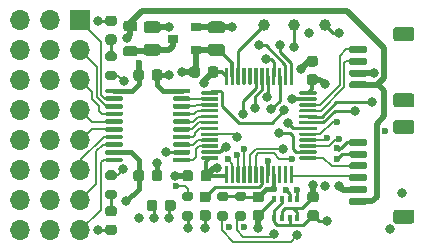
<source format=gbr>
%TF.GenerationSoftware,KiCad,Pcbnew,5.1.8-db9833491~87~ubuntu20.04.1*%
%TF.CreationDate,2020-11-23T17:04:18+01:00*%
%TF.ProjectId,rosalyn-rx,726f7361-6c79-46e2-9d72-782e6b696361,v1.0*%
%TF.SameCoordinates,Original*%
%TF.FileFunction,Copper,L1,Top*%
%TF.FilePolarity,Positive*%
%FSLAX46Y46*%
G04 Gerber Fmt 4.6, Leading zero omitted, Abs format (unit mm)*
G04 Created by KiCad (PCBNEW 5.1.8-db9833491~87~ubuntu20.04.1) date 2020-11-23 17:04:18*
%MOMM*%
%LPD*%
G01*
G04 APERTURE LIST*
%TA.AperFunction,ComponentPad*%
%ADD10O,1.700000X1.700000*%
%TD*%
%TA.AperFunction,ComponentPad*%
%ADD11R,1.700000X1.700000*%
%TD*%
%TA.AperFunction,SMDPad,CuDef*%
%ADD12R,0.900000X0.800000*%
%TD*%
%TA.AperFunction,SMDPad,CuDef*%
%ADD13R,0.350000X0.500000*%
%TD*%
%TA.AperFunction,SMDPad,CuDef*%
%ADD14C,1.000000*%
%TD*%
%TA.AperFunction,ViaPad*%
%ADD15C,0.800000*%
%TD*%
%TA.AperFunction,ViaPad*%
%ADD16C,0.600000*%
%TD*%
%TA.AperFunction,Conductor*%
%ADD17C,0.250000*%
%TD*%
%TA.AperFunction,Conductor*%
%ADD18C,0.200000*%
%TD*%
%TA.AperFunction,Conductor*%
%ADD19C,0.300000*%
%TD*%
%TA.AperFunction,Conductor*%
%ADD20C,0.500000*%
%TD*%
%TA.AperFunction,Conductor*%
%ADD21C,0.400000*%
%TD*%
G04 APERTURE END LIST*
%TO.P,J3,MP*%
%TO.N,N/C*%
%TA.AperFunction,SMDPad,CuDef*%
G36*
G01*
X153525001Y-100730000D02*
X152224999Y-100730000D01*
G75*
G02*
X151975000Y-100480001I0J249999D01*
G01*
X151975000Y-99779999D01*
G75*
G02*
X152224999Y-99530000I249999J0D01*
G01*
X153525001Y-99530000D01*
G75*
G02*
X153775000Y-99779999I0J-249999D01*
G01*
X153775000Y-100480001D01*
G75*
G02*
X153525001Y-100730000I-249999J0D01*
G01*
G37*
%TD.AperFunction*%
%TA.AperFunction,SMDPad,CuDef*%
G36*
G01*
X153525001Y-108330000D02*
X152224999Y-108330000D01*
G75*
G02*
X151975000Y-108080001I0J249999D01*
G01*
X151975000Y-107379999D01*
G75*
G02*
X152224999Y-107130000I249999J0D01*
G01*
X153525001Y-107130000D01*
G75*
G02*
X153775000Y-107379999I0J-249999D01*
G01*
X153775000Y-108080001D01*
G75*
G02*
X153525001Y-108330000I-249999J0D01*
G01*
G37*
%TD.AperFunction*%
%TO.P,J3,6*%
%TO.N,i2c_sda*%
%TA.AperFunction,SMDPad,CuDef*%
G36*
G01*
X149625000Y-101730000D02*
X148375000Y-101730000D01*
G75*
G02*
X148225000Y-101580000I0J150000D01*
G01*
X148225000Y-101280000D01*
G75*
G02*
X148375000Y-101130000I150000J0D01*
G01*
X149625000Y-101130000D01*
G75*
G02*
X149775000Y-101280000I0J-150000D01*
G01*
X149775000Y-101580000D01*
G75*
G02*
X149625000Y-101730000I-150000J0D01*
G01*
G37*
%TD.AperFunction*%
%TO.P,J3,5*%
%TO.N,i2c_scl*%
%TA.AperFunction,SMDPad,CuDef*%
G36*
G01*
X149625000Y-102730000D02*
X148375000Y-102730000D01*
G75*
G02*
X148225000Y-102580000I0J150000D01*
G01*
X148225000Y-102280000D01*
G75*
G02*
X148375000Y-102130000I150000J0D01*
G01*
X149625000Y-102130000D01*
G75*
G02*
X149775000Y-102280000I0J-150000D01*
G01*
X149775000Y-102580000D01*
G75*
G02*
X149625000Y-102730000I-150000J0D01*
G01*
G37*
%TD.AperFunction*%
%TO.P,J3,4*%
%TO.N,uart2_rx*%
%TA.AperFunction,SMDPad,CuDef*%
G36*
G01*
X149625000Y-103730000D02*
X148375000Y-103730000D01*
G75*
G02*
X148225000Y-103580000I0J150000D01*
G01*
X148225000Y-103280000D01*
G75*
G02*
X148375000Y-103130000I150000J0D01*
G01*
X149625000Y-103130000D01*
G75*
G02*
X149775000Y-103280000I0J-150000D01*
G01*
X149775000Y-103580000D01*
G75*
G02*
X149625000Y-103730000I-150000J0D01*
G01*
G37*
%TD.AperFunction*%
%TO.P,J3,3*%
%TO.N,uart2_tx*%
%TA.AperFunction,SMDPad,CuDef*%
G36*
G01*
X149625000Y-104730000D02*
X148375000Y-104730000D01*
G75*
G02*
X148225000Y-104580000I0J150000D01*
G01*
X148225000Y-104280000D01*
G75*
G02*
X148375000Y-104130000I150000J0D01*
G01*
X149625000Y-104130000D01*
G75*
G02*
X149775000Y-104280000I0J-150000D01*
G01*
X149775000Y-104580000D01*
G75*
G02*
X149625000Y-104730000I-150000J0D01*
G01*
G37*
%TD.AperFunction*%
%TO.P,J3,2*%
%TO.N,GND*%
%TA.AperFunction,SMDPad,CuDef*%
G36*
G01*
X149625000Y-105730000D02*
X148375000Y-105730000D01*
G75*
G02*
X148225000Y-105580000I0J150000D01*
G01*
X148225000Y-105280000D01*
G75*
G02*
X148375000Y-105130000I150000J0D01*
G01*
X149625000Y-105130000D01*
G75*
G02*
X149775000Y-105280000I0J-150000D01*
G01*
X149775000Y-105580000D01*
G75*
G02*
X149625000Y-105730000I-150000J0D01*
G01*
G37*
%TD.AperFunction*%
%TO.P,J3,1*%
%TO.N,+5V*%
%TA.AperFunction,SMDPad,CuDef*%
G36*
G01*
X149625000Y-106730000D02*
X148375000Y-106730000D01*
G75*
G02*
X148225000Y-106580000I0J150000D01*
G01*
X148225000Y-106280000D01*
G75*
G02*
X148375000Y-106130000I150000J0D01*
G01*
X149625000Y-106130000D01*
G75*
G02*
X149775000Y-106280000I0J-150000D01*
G01*
X149775000Y-106580000D01*
G75*
G02*
X149625000Y-106730000I-150000J0D01*
G01*
G37*
%TD.AperFunction*%
%TD*%
D10*
%TO.P,J4,10*%
%TO.N,GND*%
X120410000Y-108890000D03*
X120410000Y-91110000D03*
X120410000Y-106350000D03*
X120410000Y-103810000D03*
X120410000Y-101270000D03*
X120410000Y-98730000D03*
X120410000Y-96190000D03*
X120410000Y-93650000D03*
%TO.P,J4,9*%
%TO.N,+5V*%
X122950000Y-91110000D03*
X122950000Y-93650000D03*
X122950000Y-96190000D03*
X122950000Y-98730000D03*
X122950000Y-101270000D03*
X122950000Y-103810000D03*
X122950000Y-106350000D03*
X122950000Y-108890000D03*
D11*
%TO.P,J4,1*%
%TO.N,Net-(J4-Pad1)*%
X125490000Y-91110000D03*
D10*
%TO.P,J4,2*%
%TO.N,Net-(J4-Pad2)*%
X125490000Y-93650000D03*
%TO.P,J4,3*%
%TO.N,Net-(J4-Pad3)*%
X125490000Y-96190000D03*
%TO.P,J4,4*%
%TO.N,Net-(J4-Pad4)*%
X125490000Y-98730000D03*
%TO.P,J4,5*%
%TO.N,Net-(J4-Pad5)*%
X125490000Y-101270000D03*
%TO.P,J4,6*%
%TO.N,Net-(J4-Pad6)*%
X125490000Y-103810000D03*
%TO.P,J4,7*%
%TO.N,Net-(J4-Pad7)*%
X125490000Y-106350000D03*
%TO.P,J4,8*%
%TO.N,Net-(J4-Pad8)*%
X125490000Y-108890000D03*
%TD*%
%TO.P,J2,MP*%
%TO.N,N/C*%
%TA.AperFunction,SMDPad,CuDef*%
G36*
G01*
X153525001Y-92870000D02*
X152224999Y-92870000D01*
G75*
G02*
X151975000Y-92620001I0J249999D01*
G01*
X151975000Y-91919999D01*
G75*
G02*
X152224999Y-91670000I249999J0D01*
G01*
X153525001Y-91670000D01*
G75*
G02*
X153775000Y-91919999I0J-249999D01*
G01*
X153775000Y-92620001D01*
G75*
G02*
X153525001Y-92870000I-249999J0D01*
G01*
G37*
%TD.AperFunction*%
%TA.AperFunction,SMDPad,CuDef*%
G36*
G01*
X153525001Y-98470000D02*
X152224999Y-98470000D01*
G75*
G02*
X151975000Y-98220001I0J249999D01*
G01*
X151975000Y-97519999D01*
G75*
G02*
X152224999Y-97270000I249999J0D01*
G01*
X153525001Y-97270000D01*
G75*
G02*
X153775000Y-97519999I0J-249999D01*
G01*
X153775000Y-98220001D01*
G75*
G02*
X153525001Y-98470000I-249999J0D01*
G01*
G37*
%TD.AperFunction*%
%TO.P,J2,4*%
%TO.N,uart3_rx*%
%TA.AperFunction,SMDPad,CuDef*%
G36*
G01*
X149625000Y-93870000D02*
X148375000Y-93870000D01*
G75*
G02*
X148225000Y-93720000I0J150000D01*
G01*
X148225000Y-93420000D01*
G75*
G02*
X148375000Y-93270000I150000J0D01*
G01*
X149625000Y-93270000D01*
G75*
G02*
X149775000Y-93420000I0J-150000D01*
G01*
X149775000Y-93720000D01*
G75*
G02*
X149625000Y-93870000I-150000J0D01*
G01*
G37*
%TD.AperFunction*%
%TO.P,J2,3*%
%TO.N,uart3_tx*%
%TA.AperFunction,SMDPad,CuDef*%
G36*
G01*
X149625000Y-94870000D02*
X148375000Y-94870000D01*
G75*
G02*
X148225000Y-94720000I0J150000D01*
G01*
X148225000Y-94420000D01*
G75*
G02*
X148375000Y-94270000I150000J0D01*
G01*
X149625000Y-94270000D01*
G75*
G02*
X149775000Y-94420000I0J-150000D01*
G01*
X149775000Y-94720000D01*
G75*
G02*
X149625000Y-94870000I-150000J0D01*
G01*
G37*
%TD.AperFunction*%
%TO.P,J2,2*%
%TO.N,GND*%
%TA.AperFunction,SMDPad,CuDef*%
G36*
G01*
X149625000Y-95870000D02*
X148375000Y-95870000D01*
G75*
G02*
X148225000Y-95720000I0J150000D01*
G01*
X148225000Y-95420000D01*
G75*
G02*
X148375000Y-95270000I150000J0D01*
G01*
X149625000Y-95270000D01*
G75*
G02*
X149775000Y-95420000I0J-150000D01*
G01*
X149775000Y-95720000D01*
G75*
G02*
X149625000Y-95870000I-150000J0D01*
G01*
G37*
%TD.AperFunction*%
%TO.P,J2,1*%
%TO.N,+5V*%
%TA.AperFunction,SMDPad,CuDef*%
G36*
G01*
X149625000Y-96870000D02*
X148375000Y-96870000D01*
G75*
G02*
X148225000Y-96720000I0J150000D01*
G01*
X148225000Y-96420000D01*
G75*
G02*
X148375000Y-96270000I150000J0D01*
G01*
X149625000Y-96270000D01*
G75*
G02*
X149775000Y-96420000I0J-150000D01*
G01*
X149775000Y-96720000D01*
G75*
G02*
X149625000Y-96870000I-150000J0D01*
G01*
G37*
%TD.AperFunction*%
%TD*%
%TO.P,R12,2*%
%TO.N,hmi_status*%
%TA.AperFunction,SMDPad,CuDef*%
G36*
G01*
X127805000Y-95385000D02*
X128355000Y-95385000D01*
G75*
G02*
X128555000Y-95585000I0J-200000D01*
G01*
X128555000Y-95985000D01*
G75*
G02*
X128355000Y-96185000I-200000J0D01*
G01*
X127805000Y-96185000D01*
G75*
G02*
X127605000Y-95985000I0J200000D01*
G01*
X127605000Y-95585000D01*
G75*
G02*
X127805000Y-95385000I200000J0D01*
G01*
G37*
%TD.AperFunction*%
%TO.P,R12,1*%
%TO.N,Net-(D2-Pad1)*%
%TA.AperFunction,SMDPad,CuDef*%
G36*
G01*
X127805000Y-93735000D02*
X128355000Y-93735000D01*
G75*
G02*
X128555000Y-93935000I0J-200000D01*
G01*
X128555000Y-94335000D01*
G75*
G02*
X128355000Y-94535000I-200000J0D01*
G01*
X127805000Y-94535000D01*
G75*
G02*
X127605000Y-94335000I0J200000D01*
G01*
X127605000Y-93935000D01*
G75*
G02*
X127805000Y-93735000I200000J0D01*
G01*
G37*
%TD.AperFunction*%
%TD*%
%TO.P,R11,2*%
%TO.N,hmi_error*%
%TA.AperFunction,SMDPad,CuDef*%
G36*
G01*
X128355000Y-104615000D02*
X127805000Y-104615000D01*
G75*
G02*
X127605000Y-104415000I0J200000D01*
G01*
X127605000Y-104015000D01*
G75*
G02*
X127805000Y-103815000I200000J0D01*
G01*
X128355000Y-103815000D01*
G75*
G02*
X128555000Y-104015000I0J-200000D01*
G01*
X128555000Y-104415000D01*
G75*
G02*
X128355000Y-104615000I-200000J0D01*
G01*
G37*
%TD.AperFunction*%
%TO.P,R11,1*%
%TO.N,Net-(D1-Pad1)*%
%TA.AperFunction,SMDPad,CuDef*%
G36*
G01*
X128355000Y-106265000D02*
X127805000Y-106265000D01*
G75*
G02*
X127605000Y-106065000I0J200000D01*
G01*
X127605000Y-105665000D01*
G75*
G02*
X127805000Y-105465000I200000J0D01*
G01*
X128355000Y-105465000D01*
G75*
G02*
X128555000Y-105665000I0J-200000D01*
G01*
X128555000Y-106065000D01*
G75*
G02*
X128355000Y-106265000I-200000J0D01*
G01*
G37*
%TD.AperFunction*%
%TD*%
%TO.P,D2,2*%
%TO.N,+3V3*%
%TA.AperFunction,SMDPad,CuDef*%
G36*
G01*
X128336250Y-91590000D02*
X127823750Y-91590000D01*
G75*
G02*
X127605000Y-91371250I0J218750D01*
G01*
X127605000Y-90933750D01*
G75*
G02*
X127823750Y-90715000I218750J0D01*
G01*
X128336250Y-90715000D01*
G75*
G02*
X128555000Y-90933750I0J-218750D01*
G01*
X128555000Y-91371250D01*
G75*
G02*
X128336250Y-91590000I-218750J0D01*
G01*
G37*
%TD.AperFunction*%
%TO.P,D2,1*%
%TO.N,Net-(D2-Pad1)*%
%TA.AperFunction,SMDPad,CuDef*%
G36*
G01*
X128336250Y-93165000D02*
X127823750Y-93165000D01*
G75*
G02*
X127605000Y-92946250I0J218750D01*
G01*
X127605000Y-92508750D01*
G75*
G02*
X127823750Y-92290000I218750J0D01*
G01*
X128336250Y-92290000D01*
G75*
G02*
X128555000Y-92508750I0J-218750D01*
G01*
X128555000Y-92946250D01*
G75*
G02*
X128336250Y-93165000I-218750J0D01*
G01*
G37*
%TD.AperFunction*%
%TD*%
%TO.P,D1,2*%
%TO.N,+3V3*%
%TA.AperFunction,SMDPad,CuDef*%
G36*
G01*
X127823750Y-108400000D02*
X128336250Y-108400000D01*
G75*
G02*
X128555000Y-108618750I0J-218750D01*
G01*
X128555000Y-109056250D01*
G75*
G02*
X128336250Y-109275000I-218750J0D01*
G01*
X127823750Y-109275000D01*
G75*
G02*
X127605000Y-109056250I0J218750D01*
G01*
X127605000Y-108618750D01*
G75*
G02*
X127823750Y-108400000I218750J0D01*
G01*
G37*
%TD.AperFunction*%
%TO.P,D1,1*%
%TO.N,Net-(D1-Pad1)*%
%TA.AperFunction,SMDPad,CuDef*%
G36*
G01*
X127823750Y-106825000D02*
X128336250Y-106825000D01*
G75*
G02*
X128555000Y-107043750I0J-218750D01*
G01*
X128555000Y-107481250D01*
G75*
G02*
X128336250Y-107700000I-218750J0D01*
G01*
X127823750Y-107700000D01*
G75*
G02*
X127605000Y-107481250I0J218750D01*
G01*
X127605000Y-107043750D01*
G75*
G02*
X127823750Y-106825000I218750J0D01*
G01*
G37*
%TD.AperFunction*%
%TD*%
%TO.P,C7,2*%
%TO.N,GND*%
%TA.AperFunction,SMDPad,CuDef*%
G36*
G01*
X145440000Y-106515000D02*
X144940000Y-106515000D01*
G75*
G02*
X144715000Y-106290000I0J225000D01*
G01*
X144715000Y-105840000D01*
G75*
G02*
X144940000Y-105615000I225000J0D01*
G01*
X145440000Y-105615000D01*
G75*
G02*
X145665000Y-105840000I0J-225000D01*
G01*
X145665000Y-106290000D01*
G75*
G02*
X145440000Y-106515000I-225000J0D01*
G01*
G37*
%TD.AperFunction*%
%TO.P,C7,1*%
%TO.N,Net-(C14-Pad1)*%
%TA.AperFunction,SMDPad,CuDef*%
G36*
G01*
X145440000Y-108065000D02*
X144940000Y-108065000D01*
G75*
G02*
X144715000Y-107840000I0J225000D01*
G01*
X144715000Y-107390000D01*
G75*
G02*
X144940000Y-107165000I225000J0D01*
G01*
X145440000Y-107165000D01*
G75*
G02*
X145665000Y-107390000I0J-225000D01*
G01*
X145665000Y-107840000D01*
G75*
G02*
X145440000Y-108065000I-225000J0D01*
G01*
G37*
%TD.AperFunction*%
%TD*%
%TO.P,C5,2*%
%TO.N,GND*%
%TA.AperFunction,SMDPad,CuDef*%
G36*
G01*
X140300000Y-107165000D02*
X140800000Y-107165000D01*
G75*
G02*
X141025000Y-107390000I0J-225000D01*
G01*
X141025000Y-107840000D01*
G75*
G02*
X140800000Y-108065000I-225000J0D01*
G01*
X140300000Y-108065000D01*
G75*
G02*
X140075000Y-107840000I0J225000D01*
G01*
X140075000Y-107390000D01*
G75*
G02*
X140300000Y-107165000I225000J0D01*
G01*
G37*
%TD.AperFunction*%
%TO.P,C5,1*%
%TO.N,+3V3*%
%TA.AperFunction,SMDPad,CuDef*%
G36*
G01*
X140300000Y-105615000D02*
X140800000Y-105615000D01*
G75*
G02*
X141025000Y-105840000I0J-225000D01*
G01*
X141025000Y-106290000D01*
G75*
G02*
X140800000Y-106515000I-225000J0D01*
G01*
X140300000Y-106515000D01*
G75*
G02*
X140075000Y-106290000I0J225000D01*
G01*
X140075000Y-105840000D01*
G75*
G02*
X140300000Y-105615000I225000J0D01*
G01*
G37*
%TD.AperFunction*%
%TD*%
D12*
%TO.P,U3,3*%
%TO.N,Net-(C3-Pad2)*%
X133290000Y-92650000D03*
%TO.P,U3,2*%
%TO.N,+3V3*%
X135290000Y-91700000D03*
%TO.P,U3,1*%
%TO.N,GND*%
X135290000Y-93600000D03*
%TD*%
%TO.P,C4,2*%
%TO.N,+3V3*%
%TA.AperFunction,SMDPad,CuDef*%
G36*
G01*
X137485000Y-92200000D02*
X136535000Y-92200000D01*
G75*
G02*
X136285000Y-91950000I0J250000D01*
G01*
X136285000Y-91450000D01*
G75*
G02*
X136535000Y-91200000I250000J0D01*
G01*
X137485000Y-91200000D01*
G75*
G02*
X137735000Y-91450000I0J-250000D01*
G01*
X137735000Y-91950000D01*
G75*
G02*
X137485000Y-92200000I-250000J0D01*
G01*
G37*
%TD.AperFunction*%
%TO.P,C4,1*%
%TO.N,GND*%
%TA.AperFunction,SMDPad,CuDef*%
G36*
G01*
X137485000Y-94100000D02*
X136535000Y-94100000D01*
G75*
G02*
X136285000Y-93850000I0J250000D01*
G01*
X136285000Y-93350000D01*
G75*
G02*
X136535000Y-93100000I250000J0D01*
G01*
X137485000Y-93100000D01*
G75*
G02*
X137735000Y-93350000I0J-250000D01*
G01*
X137735000Y-93850000D01*
G75*
G02*
X137485000Y-94100000I-250000J0D01*
G01*
G37*
%TD.AperFunction*%
%TD*%
%TO.P,C3,2*%
%TO.N,Net-(C3-Pad2)*%
%TA.AperFunction,SMDPad,CuDef*%
G36*
G01*
X131095000Y-93090000D02*
X132045000Y-93090000D01*
G75*
G02*
X132295000Y-93340000I0J-250000D01*
G01*
X132295000Y-93840000D01*
G75*
G02*
X132045000Y-94090000I-250000J0D01*
G01*
X131095000Y-94090000D01*
G75*
G02*
X130845000Y-93840000I0J250000D01*
G01*
X130845000Y-93340000D01*
G75*
G02*
X131095000Y-93090000I250000J0D01*
G01*
G37*
%TD.AperFunction*%
%TO.P,C3,1*%
%TO.N,GND*%
%TA.AperFunction,SMDPad,CuDef*%
G36*
G01*
X131095000Y-91190000D02*
X132045000Y-91190000D01*
G75*
G02*
X132295000Y-91440000I0J-250000D01*
G01*
X132295000Y-91940000D01*
G75*
G02*
X132045000Y-92190000I-250000J0D01*
G01*
X131095000Y-92190000D01*
G75*
G02*
X130845000Y-91940000I0J250000D01*
G01*
X130845000Y-91440000D01*
G75*
G02*
X131095000Y-91190000I250000J0D01*
G01*
G37*
%TD.AperFunction*%
%TD*%
%TO.P,C1,2*%
%TO.N,GND*%
%TA.AperFunction,SMDPad,CuDef*%
G36*
G01*
X131995000Y-106530000D02*
X131995000Y-107030000D01*
G75*
G02*
X131770000Y-107255000I-225000J0D01*
G01*
X131320000Y-107255000D01*
G75*
G02*
X131095000Y-107030000I0J225000D01*
G01*
X131095000Y-106530000D01*
G75*
G02*
X131320000Y-106305000I225000J0D01*
G01*
X131770000Y-106305000D01*
G75*
G02*
X131995000Y-106530000I0J-225000D01*
G01*
G37*
%TD.AperFunction*%
%TO.P,C1,1*%
%TO.N,+3V3*%
%TA.AperFunction,SMDPad,CuDef*%
G36*
G01*
X133545000Y-106530000D02*
X133545000Y-107030000D01*
G75*
G02*
X133320000Y-107255000I-225000J0D01*
G01*
X132870000Y-107255000D01*
G75*
G02*
X132645000Y-107030000I0J225000D01*
G01*
X132645000Y-106530000D01*
G75*
G02*
X132870000Y-106305000I225000J0D01*
G01*
X133320000Y-106305000D01*
G75*
G02*
X133545000Y-106530000I0J-225000D01*
G01*
G37*
%TD.AperFunction*%
%TD*%
%TO.P,C8,1*%
%TO.N,nrst*%
%TA.AperFunction,SMDPad,CuDef*%
G36*
G01*
X135800000Y-105615000D02*
X136300000Y-105615000D01*
G75*
G02*
X136525000Y-105840000I0J-225000D01*
G01*
X136525000Y-106290000D01*
G75*
G02*
X136300000Y-106515000I-225000J0D01*
G01*
X135800000Y-106515000D01*
G75*
G02*
X135575000Y-106290000I0J225000D01*
G01*
X135575000Y-105840000D01*
G75*
G02*
X135800000Y-105615000I225000J0D01*
G01*
G37*
%TD.AperFunction*%
%TO.P,C8,2*%
%TO.N,GND*%
%TA.AperFunction,SMDPad,CuDef*%
G36*
G01*
X135800000Y-107165000D02*
X136300000Y-107165000D01*
G75*
G02*
X136525000Y-107390000I0J-225000D01*
G01*
X136525000Y-107840000D01*
G75*
G02*
X136300000Y-108065000I-225000J0D01*
G01*
X135800000Y-108065000D01*
G75*
G02*
X135575000Y-107840000I0J225000D01*
G01*
X135575000Y-107390000D01*
G75*
G02*
X135800000Y-107165000I225000J0D01*
G01*
G37*
%TD.AperFunction*%
%TD*%
%TO.P,U1,1*%
%TO.N,+3V3*%
%TA.AperFunction,SMDPad,CuDef*%
G36*
G01*
X137925000Y-104900000D02*
X137775000Y-104900000D01*
G75*
G02*
X137700000Y-104825000I0J75000D01*
G01*
X137700000Y-103500000D01*
G75*
G02*
X137775000Y-103425000I75000J0D01*
G01*
X137925000Y-103425000D01*
G75*
G02*
X138000000Y-103500000I0J-75000D01*
G01*
X138000000Y-104825000D01*
G75*
G02*
X137925000Y-104900000I-75000J0D01*
G01*
G37*
%TD.AperFunction*%
%TO.P,U1,2*%
%TO.N,e22_dio2*%
%TA.AperFunction,SMDPad,CuDef*%
G36*
G01*
X138425000Y-104900000D02*
X138275000Y-104900000D01*
G75*
G02*
X138200000Y-104825000I0J75000D01*
G01*
X138200000Y-103500000D01*
G75*
G02*
X138275000Y-103425000I75000J0D01*
G01*
X138425000Y-103425000D01*
G75*
G02*
X138500000Y-103500000I0J-75000D01*
G01*
X138500000Y-104825000D01*
G75*
G02*
X138425000Y-104900000I-75000J0D01*
G01*
G37*
%TD.AperFunction*%
%TO.P,U1,3*%
%TO.N,e22_txen*%
%TA.AperFunction,SMDPad,CuDef*%
G36*
G01*
X138925000Y-104900000D02*
X138775000Y-104900000D01*
G75*
G02*
X138700000Y-104825000I0J75000D01*
G01*
X138700000Y-103500000D01*
G75*
G02*
X138775000Y-103425000I75000J0D01*
G01*
X138925000Y-103425000D01*
G75*
G02*
X139000000Y-103500000I0J-75000D01*
G01*
X139000000Y-104825000D01*
G75*
G02*
X138925000Y-104900000I-75000J0D01*
G01*
G37*
%TD.AperFunction*%
%TO.P,U1,4*%
%TO.N,e22_rxen*%
%TA.AperFunction,SMDPad,CuDef*%
G36*
G01*
X139425000Y-104900000D02*
X139275000Y-104900000D01*
G75*
G02*
X139200000Y-104825000I0J75000D01*
G01*
X139200000Y-103500000D01*
G75*
G02*
X139275000Y-103425000I75000J0D01*
G01*
X139425000Y-103425000D01*
G75*
G02*
X139500000Y-103500000I0J-75000D01*
G01*
X139500000Y-104825000D01*
G75*
G02*
X139425000Y-104900000I-75000J0D01*
G01*
G37*
%TD.AperFunction*%
%TO.P,U1,5*%
%TO.N,i2c_sda*%
%TA.AperFunction,SMDPad,CuDef*%
G36*
G01*
X139925000Y-104900000D02*
X139775000Y-104900000D01*
G75*
G02*
X139700000Y-104825000I0J75000D01*
G01*
X139700000Y-103500000D01*
G75*
G02*
X139775000Y-103425000I75000J0D01*
G01*
X139925000Y-103425000D01*
G75*
G02*
X140000000Y-103500000I0J-75000D01*
G01*
X140000000Y-104825000D01*
G75*
G02*
X139925000Y-104900000I-75000J0D01*
G01*
G37*
%TD.AperFunction*%
%TO.P,U1,6*%
%TO.N,i2c_scl*%
%TA.AperFunction,SMDPad,CuDef*%
G36*
G01*
X140425000Y-104900000D02*
X140275000Y-104900000D01*
G75*
G02*
X140200000Y-104825000I0J75000D01*
G01*
X140200000Y-103500000D01*
G75*
G02*
X140275000Y-103425000I75000J0D01*
G01*
X140425000Y-103425000D01*
G75*
G02*
X140500000Y-103500000I0J-75000D01*
G01*
X140500000Y-104825000D01*
G75*
G02*
X140425000Y-104900000I-75000J0D01*
G01*
G37*
%TD.AperFunction*%
%TO.P,U1,7*%
%TO.N,nrst*%
%TA.AperFunction,SMDPad,CuDef*%
G36*
G01*
X140925000Y-104900000D02*
X140775000Y-104900000D01*
G75*
G02*
X140700000Y-104825000I0J75000D01*
G01*
X140700000Y-103500000D01*
G75*
G02*
X140775000Y-103425000I75000J0D01*
G01*
X140925000Y-103425000D01*
G75*
G02*
X141000000Y-103500000I0J-75000D01*
G01*
X141000000Y-104825000D01*
G75*
G02*
X140925000Y-104900000I-75000J0D01*
G01*
G37*
%TD.AperFunction*%
%TO.P,U1,8*%
%TO.N,GND*%
%TA.AperFunction,SMDPad,CuDef*%
G36*
G01*
X141425000Y-104900000D02*
X141275000Y-104900000D01*
G75*
G02*
X141200000Y-104825000I0J75000D01*
G01*
X141200000Y-103500000D01*
G75*
G02*
X141275000Y-103425000I75000J0D01*
G01*
X141425000Y-103425000D01*
G75*
G02*
X141500000Y-103500000I0J-75000D01*
G01*
X141500000Y-104825000D01*
G75*
G02*
X141425000Y-104900000I-75000J0D01*
G01*
G37*
%TD.AperFunction*%
%TO.P,U1,9*%
%TO.N,+3V3*%
%TA.AperFunction,SMDPad,CuDef*%
G36*
G01*
X141925000Y-104900000D02*
X141775000Y-104900000D01*
G75*
G02*
X141700000Y-104825000I0J75000D01*
G01*
X141700000Y-103500000D01*
G75*
G02*
X141775000Y-103425000I75000J0D01*
G01*
X141925000Y-103425000D01*
G75*
G02*
X142000000Y-103500000I0J-75000D01*
G01*
X142000000Y-104825000D01*
G75*
G02*
X141925000Y-104900000I-75000J0D01*
G01*
G37*
%TD.AperFunction*%
%TO.P,U1,10*%
%TO.N,N/C*%
%TA.AperFunction,SMDPad,CuDef*%
G36*
G01*
X142425000Y-104900000D02*
X142275000Y-104900000D01*
G75*
G02*
X142200000Y-104825000I0J75000D01*
G01*
X142200000Y-103500000D01*
G75*
G02*
X142275000Y-103425000I75000J0D01*
G01*
X142425000Y-103425000D01*
G75*
G02*
X142500000Y-103500000I0J-75000D01*
G01*
X142500000Y-104825000D01*
G75*
G02*
X142425000Y-104900000I-75000J0D01*
G01*
G37*
%TD.AperFunction*%
%TO.P,U1,11*%
%TA.AperFunction,SMDPad,CuDef*%
G36*
G01*
X142925000Y-104900000D02*
X142775000Y-104900000D01*
G75*
G02*
X142700000Y-104825000I0J75000D01*
G01*
X142700000Y-103500000D01*
G75*
G02*
X142775000Y-103425000I75000J0D01*
G01*
X142925000Y-103425000D01*
G75*
G02*
X143000000Y-103500000I0J-75000D01*
G01*
X143000000Y-104825000D01*
G75*
G02*
X142925000Y-104900000I-75000J0D01*
G01*
G37*
%TD.AperFunction*%
%TO.P,U1,12*%
%TO.N,uart2_tx*%
%TA.AperFunction,SMDPad,CuDef*%
G36*
G01*
X143425000Y-104900000D02*
X143275000Y-104900000D01*
G75*
G02*
X143200000Y-104825000I0J75000D01*
G01*
X143200000Y-103500000D01*
G75*
G02*
X143275000Y-103425000I75000J0D01*
G01*
X143425000Y-103425000D01*
G75*
G02*
X143500000Y-103500000I0J-75000D01*
G01*
X143500000Y-104825000D01*
G75*
G02*
X143425000Y-104900000I-75000J0D01*
G01*
G37*
%TD.AperFunction*%
%TO.P,U1,13*%
%TO.N,uart2_rx*%
%TA.AperFunction,SMDPad,CuDef*%
G36*
G01*
X145425000Y-102900000D02*
X144100000Y-102900000D01*
G75*
G02*
X144025000Y-102825000I0J75000D01*
G01*
X144025000Y-102675000D01*
G75*
G02*
X144100000Y-102600000I75000J0D01*
G01*
X145425000Y-102600000D01*
G75*
G02*
X145500000Y-102675000I0J-75000D01*
G01*
X145500000Y-102825000D01*
G75*
G02*
X145425000Y-102900000I-75000J0D01*
G01*
G37*
%TD.AperFunction*%
%TO.P,U1,14*%
%TO.N,hmi_error*%
%TA.AperFunction,SMDPad,CuDef*%
G36*
G01*
X145425000Y-102400000D02*
X144100000Y-102400000D01*
G75*
G02*
X144025000Y-102325000I0J75000D01*
G01*
X144025000Y-102175000D01*
G75*
G02*
X144100000Y-102100000I75000J0D01*
G01*
X145425000Y-102100000D01*
G75*
G02*
X145500000Y-102175000I0J-75000D01*
G01*
X145500000Y-102325000D01*
G75*
G02*
X145425000Y-102400000I-75000J0D01*
G01*
G37*
%TD.AperFunction*%
%TO.P,U1,15*%
%TO.N,spi1_sck*%
%TA.AperFunction,SMDPad,CuDef*%
G36*
G01*
X145425000Y-101900000D02*
X144100000Y-101900000D01*
G75*
G02*
X144025000Y-101825000I0J75000D01*
G01*
X144025000Y-101675000D01*
G75*
G02*
X144100000Y-101600000I75000J0D01*
G01*
X145425000Y-101600000D01*
G75*
G02*
X145500000Y-101675000I0J-75000D01*
G01*
X145500000Y-101825000D01*
G75*
G02*
X145425000Y-101900000I-75000J0D01*
G01*
G37*
%TD.AperFunction*%
%TO.P,U1,16*%
%TO.N,spi1_mosi*%
%TA.AperFunction,SMDPad,CuDef*%
G36*
G01*
X145425000Y-101400000D02*
X144100000Y-101400000D01*
G75*
G02*
X144025000Y-101325000I0J75000D01*
G01*
X144025000Y-101175000D01*
G75*
G02*
X144100000Y-101100000I75000J0D01*
G01*
X145425000Y-101100000D01*
G75*
G02*
X145500000Y-101175000I0J-75000D01*
G01*
X145500000Y-101325000D01*
G75*
G02*
X145425000Y-101400000I-75000J0D01*
G01*
G37*
%TD.AperFunction*%
%TO.P,U1,17*%
%TO.N,spi1_miso*%
%TA.AperFunction,SMDPad,CuDef*%
G36*
G01*
X145425000Y-100900000D02*
X144100000Y-100900000D01*
G75*
G02*
X144025000Y-100825000I0J75000D01*
G01*
X144025000Y-100675000D01*
G75*
G02*
X144100000Y-100600000I75000J0D01*
G01*
X145425000Y-100600000D01*
G75*
G02*
X145500000Y-100675000I0J-75000D01*
G01*
X145500000Y-100825000D01*
G75*
G02*
X145425000Y-100900000I-75000J0D01*
G01*
G37*
%TD.AperFunction*%
%TO.P,U1,18*%
%TO.N,hmi_status*%
%TA.AperFunction,SMDPad,CuDef*%
G36*
G01*
X145425000Y-100400000D02*
X144100000Y-100400000D01*
G75*
G02*
X144025000Y-100325000I0J75000D01*
G01*
X144025000Y-100175000D01*
G75*
G02*
X144100000Y-100100000I75000J0D01*
G01*
X145425000Y-100100000D01*
G75*
G02*
X145500000Y-100175000I0J-75000D01*
G01*
X145500000Y-100325000D01*
G75*
G02*
X145425000Y-100400000I-75000J0D01*
G01*
G37*
%TD.AperFunction*%
%TO.P,U1,19*%
%TO.N,icm_nss*%
%TA.AperFunction,SMDPad,CuDef*%
G36*
G01*
X145425000Y-99900000D02*
X144100000Y-99900000D01*
G75*
G02*
X144025000Y-99825000I0J75000D01*
G01*
X144025000Y-99675000D01*
G75*
G02*
X144100000Y-99600000I75000J0D01*
G01*
X145425000Y-99600000D01*
G75*
G02*
X145500000Y-99675000I0J-75000D01*
G01*
X145500000Y-99825000D01*
G75*
G02*
X145425000Y-99900000I-75000J0D01*
G01*
G37*
%TD.AperFunction*%
%TO.P,U1,20*%
%TO.N,icm_int*%
%TA.AperFunction,SMDPad,CuDef*%
G36*
G01*
X145425000Y-99400000D02*
X144100000Y-99400000D01*
G75*
G02*
X144025000Y-99325000I0J75000D01*
G01*
X144025000Y-99175000D01*
G75*
G02*
X144100000Y-99100000I75000J0D01*
G01*
X145425000Y-99100000D01*
G75*
G02*
X145500000Y-99175000I0J-75000D01*
G01*
X145500000Y-99325000D01*
G75*
G02*
X145425000Y-99400000I-75000J0D01*
G01*
G37*
%TD.AperFunction*%
%TO.P,U1,21*%
%TO.N,uart3_tx*%
%TA.AperFunction,SMDPad,CuDef*%
G36*
G01*
X145425000Y-98900000D02*
X144100000Y-98900000D01*
G75*
G02*
X144025000Y-98825000I0J75000D01*
G01*
X144025000Y-98675000D01*
G75*
G02*
X144100000Y-98600000I75000J0D01*
G01*
X145425000Y-98600000D01*
G75*
G02*
X145500000Y-98675000I0J-75000D01*
G01*
X145500000Y-98825000D01*
G75*
G02*
X145425000Y-98900000I-75000J0D01*
G01*
G37*
%TD.AperFunction*%
%TO.P,U1,22*%
%TO.N,uart3_rx*%
%TA.AperFunction,SMDPad,CuDef*%
G36*
G01*
X145425000Y-98400000D02*
X144100000Y-98400000D01*
G75*
G02*
X144025000Y-98325000I0J75000D01*
G01*
X144025000Y-98175000D01*
G75*
G02*
X144100000Y-98100000I75000J0D01*
G01*
X145425000Y-98100000D01*
G75*
G02*
X145500000Y-98175000I0J-75000D01*
G01*
X145500000Y-98325000D01*
G75*
G02*
X145425000Y-98400000I-75000J0D01*
G01*
G37*
%TD.AperFunction*%
%TO.P,U1,23*%
%TO.N,GND*%
%TA.AperFunction,SMDPad,CuDef*%
G36*
G01*
X145425000Y-97900000D02*
X144100000Y-97900000D01*
G75*
G02*
X144025000Y-97825000I0J75000D01*
G01*
X144025000Y-97675000D01*
G75*
G02*
X144100000Y-97600000I75000J0D01*
G01*
X145425000Y-97600000D01*
G75*
G02*
X145500000Y-97675000I0J-75000D01*
G01*
X145500000Y-97825000D01*
G75*
G02*
X145425000Y-97900000I-75000J0D01*
G01*
G37*
%TD.AperFunction*%
%TO.P,U1,24*%
%TO.N,+3V3*%
%TA.AperFunction,SMDPad,CuDef*%
G36*
G01*
X145425000Y-97400000D02*
X144100000Y-97400000D01*
G75*
G02*
X144025000Y-97325000I0J75000D01*
G01*
X144025000Y-97175000D01*
G75*
G02*
X144100000Y-97100000I75000J0D01*
G01*
X145425000Y-97100000D01*
G75*
G02*
X145500000Y-97175000I0J-75000D01*
G01*
X145500000Y-97325000D01*
G75*
G02*
X145425000Y-97400000I-75000J0D01*
G01*
G37*
%TD.AperFunction*%
%TO.P,U1,25*%
%TO.N,e22_nss*%
%TA.AperFunction,SMDPad,CuDef*%
G36*
G01*
X143425000Y-96575000D02*
X143275000Y-96575000D01*
G75*
G02*
X143200000Y-96500000I0J75000D01*
G01*
X143200000Y-95175000D01*
G75*
G02*
X143275000Y-95100000I75000J0D01*
G01*
X143425000Y-95100000D01*
G75*
G02*
X143500000Y-95175000I0J-75000D01*
G01*
X143500000Y-96500000D01*
G75*
G02*
X143425000Y-96575000I-75000J0D01*
G01*
G37*
%TD.AperFunction*%
%TO.P,U1,26*%
%TO.N,spi2_sck*%
%TA.AperFunction,SMDPad,CuDef*%
G36*
G01*
X142925000Y-96575000D02*
X142775000Y-96575000D01*
G75*
G02*
X142700000Y-96500000I0J75000D01*
G01*
X142700000Y-95175000D01*
G75*
G02*
X142775000Y-95100000I75000J0D01*
G01*
X142925000Y-95100000D01*
G75*
G02*
X143000000Y-95175000I0J-75000D01*
G01*
X143000000Y-96500000D01*
G75*
G02*
X142925000Y-96575000I-75000J0D01*
G01*
G37*
%TD.AperFunction*%
%TO.P,U1,27*%
%TO.N,spi2_miso*%
%TA.AperFunction,SMDPad,CuDef*%
G36*
G01*
X142425000Y-96575000D02*
X142275000Y-96575000D01*
G75*
G02*
X142200000Y-96500000I0J75000D01*
G01*
X142200000Y-95175000D01*
G75*
G02*
X142275000Y-95100000I75000J0D01*
G01*
X142425000Y-95100000D01*
G75*
G02*
X142500000Y-95175000I0J-75000D01*
G01*
X142500000Y-96500000D01*
G75*
G02*
X142425000Y-96575000I-75000J0D01*
G01*
G37*
%TD.AperFunction*%
%TO.P,U1,28*%
%TO.N,spi2_mosi*%
%TA.AperFunction,SMDPad,CuDef*%
G36*
G01*
X141925000Y-96575000D02*
X141775000Y-96575000D01*
G75*
G02*
X141700000Y-96500000I0J75000D01*
G01*
X141700000Y-95175000D01*
G75*
G02*
X141775000Y-95100000I75000J0D01*
G01*
X141925000Y-95100000D01*
G75*
G02*
X142000000Y-95175000I0J-75000D01*
G01*
X142000000Y-96500000D01*
G75*
G02*
X141925000Y-96575000I-75000J0D01*
G01*
G37*
%TD.AperFunction*%
%TO.P,U1,29*%
%TO.N,e22_nrst*%
%TA.AperFunction,SMDPad,CuDef*%
G36*
G01*
X141425000Y-96575000D02*
X141275000Y-96575000D01*
G75*
G02*
X141200000Y-96500000I0J75000D01*
G01*
X141200000Y-95175000D01*
G75*
G02*
X141275000Y-95100000I75000J0D01*
G01*
X141425000Y-95100000D01*
G75*
G02*
X141500000Y-95175000I0J-75000D01*
G01*
X141500000Y-96500000D01*
G75*
G02*
X141425000Y-96575000I-75000J0D01*
G01*
G37*
%TD.AperFunction*%
%TO.P,U1,30*%
%TO.N,e22_busy*%
%TA.AperFunction,SMDPad,CuDef*%
G36*
G01*
X140925000Y-96575000D02*
X140775000Y-96575000D01*
G75*
G02*
X140700000Y-96500000I0J75000D01*
G01*
X140700000Y-95175000D01*
G75*
G02*
X140775000Y-95100000I75000J0D01*
G01*
X140925000Y-95100000D01*
G75*
G02*
X141000000Y-95175000I0J-75000D01*
G01*
X141000000Y-96500000D01*
G75*
G02*
X140925000Y-96575000I-75000J0D01*
G01*
G37*
%TD.AperFunction*%
%TO.P,U1,31*%
%TO.N,e22_dio1*%
%TA.AperFunction,SMDPad,CuDef*%
G36*
G01*
X140425000Y-96575000D02*
X140275000Y-96575000D01*
G75*
G02*
X140200000Y-96500000I0J75000D01*
G01*
X140200000Y-95175000D01*
G75*
G02*
X140275000Y-95100000I75000J0D01*
G01*
X140425000Y-95100000D01*
G75*
G02*
X140500000Y-95175000I0J-75000D01*
G01*
X140500000Y-96500000D01*
G75*
G02*
X140425000Y-96575000I-75000J0D01*
G01*
G37*
%TD.AperFunction*%
%TO.P,U1,32*%
%TO.N,N/C*%
%TA.AperFunction,SMDPad,CuDef*%
G36*
G01*
X139925000Y-96575000D02*
X139775000Y-96575000D01*
G75*
G02*
X139700000Y-96500000I0J75000D01*
G01*
X139700000Y-95175000D01*
G75*
G02*
X139775000Y-95100000I75000J0D01*
G01*
X139925000Y-95100000D01*
G75*
G02*
X140000000Y-95175000I0J-75000D01*
G01*
X140000000Y-96500000D01*
G75*
G02*
X139925000Y-96575000I-75000J0D01*
G01*
G37*
%TD.AperFunction*%
%TO.P,U1,33*%
%TA.AperFunction,SMDPad,CuDef*%
G36*
G01*
X139425000Y-96575000D02*
X139275000Y-96575000D01*
G75*
G02*
X139200000Y-96500000I0J75000D01*
G01*
X139200000Y-95175000D01*
G75*
G02*
X139275000Y-95100000I75000J0D01*
G01*
X139425000Y-95100000D01*
G75*
G02*
X139500000Y-95175000I0J-75000D01*
G01*
X139500000Y-96500000D01*
G75*
G02*
X139425000Y-96575000I-75000J0D01*
G01*
G37*
%TD.AperFunction*%
%TO.P,U1,34*%
%TO.N,swdio*%
%TA.AperFunction,SMDPad,CuDef*%
G36*
G01*
X138925000Y-96575000D02*
X138775000Y-96575000D01*
G75*
G02*
X138700000Y-96500000I0J75000D01*
G01*
X138700000Y-95175000D01*
G75*
G02*
X138775000Y-95100000I75000J0D01*
G01*
X138925000Y-95100000D01*
G75*
G02*
X139000000Y-95175000I0J-75000D01*
G01*
X139000000Y-96500000D01*
G75*
G02*
X138925000Y-96575000I-75000J0D01*
G01*
G37*
%TD.AperFunction*%
%TO.P,U1,35*%
%TO.N,GND*%
%TA.AperFunction,SMDPad,CuDef*%
G36*
G01*
X138425000Y-96575000D02*
X138275000Y-96575000D01*
G75*
G02*
X138200000Y-96500000I0J75000D01*
G01*
X138200000Y-95175000D01*
G75*
G02*
X138275000Y-95100000I75000J0D01*
G01*
X138425000Y-95100000D01*
G75*
G02*
X138500000Y-95175000I0J-75000D01*
G01*
X138500000Y-96500000D01*
G75*
G02*
X138425000Y-96575000I-75000J0D01*
G01*
G37*
%TD.AperFunction*%
%TO.P,U1,36*%
%TO.N,+3V3*%
%TA.AperFunction,SMDPad,CuDef*%
G36*
G01*
X137925000Y-96575000D02*
X137775000Y-96575000D01*
G75*
G02*
X137700000Y-96500000I0J75000D01*
G01*
X137700000Y-95175000D01*
G75*
G02*
X137775000Y-95100000I75000J0D01*
G01*
X137925000Y-95100000D01*
G75*
G02*
X138000000Y-95175000I0J-75000D01*
G01*
X138000000Y-96500000D01*
G75*
G02*
X137925000Y-96575000I-75000J0D01*
G01*
G37*
%TD.AperFunction*%
%TO.P,U1,37*%
%TO.N,swclk*%
%TA.AperFunction,SMDPad,CuDef*%
G36*
G01*
X137100000Y-97400000D02*
X135775000Y-97400000D01*
G75*
G02*
X135700000Y-97325000I0J75000D01*
G01*
X135700000Y-97175000D01*
G75*
G02*
X135775000Y-97100000I75000J0D01*
G01*
X137100000Y-97100000D01*
G75*
G02*
X137175000Y-97175000I0J-75000D01*
G01*
X137175000Y-97325000D01*
G75*
G02*
X137100000Y-97400000I-75000J0D01*
G01*
G37*
%TD.AperFunction*%
%TO.P,U1,38*%
%TO.N,pwm_ch1*%
%TA.AperFunction,SMDPad,CuDef*%
G36*
G01*
X137100000Y-97900000D02*
X135775000Y-97900000D01*
G75*
G02*
X135700000Y-97825000I0J75000D01*
G01*
X135700000Y-97675000D01*
G75*
G02*
X135775000Y-97600000I75000J0D01*
G01*
X137100000Y-97600000D01*
G75*
G02*
X137175000Y-97675000I0J-75000D01*
G01*
X137175000Y-97825000D01*
G75*
G02*
X137100000Y-97900000I-75000J0D01*
G01*
G37*
%TD.AperFunction*%
%TO.P,U1,39*%
%TO.N,pwm_ch2*%
%TA.AperFunction,SMDPad,CuDef*%
G36*
G01*
X137100000Y-98400000D02*
X135775000Y-98400000D01*
G75*
G02*
X135700000Y-98325000I0J75000D01*
G01*
X135700000Y-98175000D01*
G75*
G02*
X135775000Y-98100000I75000J0D01*
G01*
X137100000Y-98100000D01*
G75*
G02*
X137175000Y-98175000I0J-75000D01*
G01*
X137175000Y-98325000D01*
G75*
G02*
X137100000Y-98400000I-75000J0D01*
G01*
G37*
%TD.AperFunction*%
%TO.P,U1,40*%
%TO.N,pwm_ch3*%
%TA.AperFunction,SMDPad,CuDef*%
G36*
G01*
X137100000Y-98900000D02*
X135775000Y-98900000D01*
G75*
G02*
X135700000Y-98825000I0J75000D01*
G01*
X135700000Y-98675000D01*
G75*
G02*
X135775000Y-98600000I75000J0D01*
G01*
X137100000Y-98600000D01*
G75*
G02*
X137175000Y-98675000I0J-75000D01*
G01*
X137175000Y-98825000D01*
G75*
G02*
X137100000Y-98900000I-75000J0D01*
G01*
G37*
%TD.AperFunction*%
%TO.P,U1,41*%
%TO.N,pwm_ch4*%
%TA.AperFunction,SMDPad,CuDef*%
G36*
G01*
X137100000Y-99400000D02*
X135775000Y-99400000D01*
G75*
G02*
X135700000Y-99325000I0J75000D01*
G01*
X135700000Y-99175000D01*
G75*
G02*
X135775000Y-99100000I75000J0D01*
G01*
X137100000Y-99100000D01*
G75*
G02*
X137175000Y-99175000I0J-75000D01*
G01*
X137175000Y-99325000D01*
G75*
G02*
X137100000Y-99400000I-75000J0D01*
G01*
G37*
%TD.AperFunction*%
%TO.P,U1,42*%
%TO.N,pwm_ch5*%
%TA.AperFunction,SMDPad,CuDef*%
G36*
G01*
X137100000Y-99900000D02*
X135775000Y-99900000D01*
G75*
G02*
X135700000Y-99825000I0J75000D01*
G01*
X135700000Y-99675000D01*
G75*
G02*
X135775000Y-99600000I75000J0D01*
G01*
X137100000Y-99600000D01*
G75*
G02*
X137175000Y-99675000I0J-75000D01*
G01*
X137175000Y-99825000D01*
G75*
G02*
X137100000Y-99900000I-75000J0D01*
G01*
G37*
%TD.AperFunction*%
%TO.P,U1,43*%
%TO.N,pwm_ch6*%
%TA.AperFunction,SMDPad,CuDef*%
G36*
G01*
X137100000Y-100400000D02*
X135775000Y-100400000D01*
G75*
G02*
X135700000Y-100325000I0J75000D01*
G01*
X135700000Y-100175000D01*
G75*
G02*
X135775000Y-100100000I75000J0D01*
G01*
X137100000Y-100100000D01*
G75*
G02*
X137175000Y-100175000I0J-75000D01*
G01*
X137175000Y-100325000D01*
G75*
G02*
X137100000Y-100400000I-75000J0D01*
G01*
G37*
%TD.AperFunction*%
%TO.P,U1,44*%
%TO.N,boot0*%
%TA.AperFunction,SMDPad,CuDef*%
G36*
G01*
X137100000Y-100900000D02*
X135775000Y-100900000D01*
G75*
G02*
X135700000Y-100825000I0J75000D01*
G01*
X135700000Y-100675000D01*
G75*
G02*
X135775000Y-100600000I75000J0D01*
G01*
X137100000Y-100600000D01*
G75*
G02*
X137175000Y-100675000I0J-75000D01*
G01*
X137175000Y-100825000D01*
G75*
G02*
X137100000Y-100900000I-75000J0D01*
G01*
G37*
%TD.AperFunction*%
%TO.P,U1,45*%
%TO.N,pwm_ch7*%
%TA.AperFunction,SMDPad,CuDef*%
G36*
G01*
X137100000Y-101400000D02*
X135775000Y-101400000D01*
G75*
G02*
X135700000Y-101325000I0J75000D01*
G01*
X135700000Y-101175000D01*
G75*
G02*
X135775000Y-101100000I75000J0D01*
G01*
X137100000Y-101100000D01*
G75*
G02*
X137175000Y-101175000I0J-75000D01*
G01*
X137175000Y-101325000D01*
G75*
G02*
X137100000Y-101400000I-75000J0D01*
G01*
G37*
%TD.AperFunction*%
%TO.P,U1,46*%
%TO.N,pwm_ch8*%
%TA.AperFunction,SMDPad,CuDef*%
G36*
G01*
X137100000Y-101900000D02*
X135775000Y-101900000D01*
G75*
G02*
X135700000Y-101825000I0J75000D01*
G01*
X135700000Y-101675000D01*
G75*
G02*
X135775000Y-101600000I75000J0D01*
G01*
X137100000Y-101600000D01*
G75*
G02*
X137175000Y-101675000I0J-75000D01*
G01*
X137175000Y-101825000D01*
G75*
G02*
X137100000Y-101900000I-75000J0D01*
G01*
G37*
%TD.AperFunction*%
%TO.P,U1,47*%
%TO.N,GND*%
%TA.AperFunction,SMDPad,CuDef*%
G36*
G01*
X137100000Y-102400000D02*
X135775000Y-102400000D01*
G75*
G02*
X135700000Y-102325000I0J75000D01*
G01*
X135700000Y-102175000D01*
G75*
G02*
X135775000Y-102100000I75000J0D01*
G01*
X137100000Y-102100000D01*
G75*
G02*
X137175000Y-102175000I0J-75000D01*
G01*
X137175000Y-102325000D01*
G75*
G02*
X137100000Y-102400000I-75000J0D01*
G01*
G37*
%TD.AperFunction*%
%TO.P,U1,48*%
%TO.N,+3V3*%
%TA.AperFunction,SMDPad,CuDef*%
G36*
G01*
X137100000Y-102900000D02*
X135775000Y-102900000D01*
G75*
G02*
X135700000Y-102825000I0J75000D01*
G01*
X135700000Y-102675000D01*
G75*
G02*
X135775000Y-102600000I75000J0D01*
G01*
X137100000Y-102600000D01*
G75*
G02*
X137175000Y-102675000I0J-75000D01*
G01*
X137175000Y-102825000D01*
G75*
G02*
X137100000Y-102900000I-75000J0D01*
G01*
G37*
%TD.AperFunction*%
%TD*%
%TO.P,U4,1*%
%TO.N,pwm_ch8*%
%TA.AperFunction,SMDPad,CuDef*%
G36*
G01*
X134800000Y-102825000D02*
X134800000Y-103025000D01*
G75*
G02*
X134700000Y-103125000I-100000J0D01*
G01*
X133425000Y-103125000D01*
G75*
G02*
X133325000Y-103025000I0J100000D01*
G01*
X133325000Y-102825000D01*
G75*
G02*
X133425000Y-102725000I100000J0D01*
G01*
X134700000Y-102725000D01*
G75*
G02*
X134800000Y-102825000I0J-100000D01*
G01*
G37*
%TD.AperFunction*%
%TO.P,U4,2*%
%TO.N,+3V3*%
%TA.AperFunction,SMDPad,CuDef*%
G36*
G01*
X134800000Y-102175000D02*
X134800000Y-102375000D01*
G75*
G02*
X134700000Y-102475000I-100000J0D01*
G01*
X133425000Y-102475000D01*
G75*
G02*
X133325000Y-102375000I0J100000D01*
G01*
X133325000Y-102175000D01*
G75*
G02*
X133425000Y-102075000I100000J0D01*
G01*
X134700000Y-102075000D01*
G75*
G02*
X134800000Y-102175000I0J-100000D01*
G01*
G37*
%TD.AperFunction*%
%TO.P,U4,3*%
%TO.N,pwm_ch7*%
%TA.AperFunction,SMDPad,CuDef*%
G36*
G01*
X134800000Y-101525000D02*
X134800000Y-101725000D01*
G75*
G02*
X134700000Y-101825000I-100000J0D01*
G01*
X133425000Y-101825000D01*
G75*
G02*
X133325000Y-101725000I0J100000D01*
G01*
X133325000Y-101525000D01*
G75*
G02*
X133425000Y-101425000I100000J0D01*
G01*
X134700000Y-101425000D01*
G75*
G02*
X134800000Y-101525000I0J-100000D01*
G01*
G37*
%TD.AperFunction*%
%TO.P,U4,4*%
%TO.N,pwm_ch6*%
%TA.AperFunction,SMDPad,CuDef*%
G36*
G01*
X134800000Y-100875000D02*
X134800000Y-101075000D01*
G75*
G02*
X134700000Y-101175000I-100000J0D01*
G01*
X133425000Y-101175000D01*
G75*
G02*
X133325000Y-101075000I0J100000D01*
G01*
X133325000Y-100875000D01*
G75*
G02*
X133425000Y-100775000I100000J0D01*
G01*
X134700000Y-100775000D01*
G75*
G02*
X134800000Y-100875000I0J-100000D01*
G01*
G37*
%TD.AperFunction*%
%TO.P,U4,5*%
%TO.N,pwm_ch5*%
%TA.AperFunction,SMDPad,CuDef*%
G36*
G01*
X134800000Y-100225000D02*
X134800000Y-100425000D01*
G75*
G02*
X134700000Y-100525000I-100000J0D01*
G01*
X133425000Y-100525000D01*
G75*
G02*
X133325000Y-100425000I0J100000D01*
G01*
X133325000Y-100225000D01*
G75*
G02*
X133425000Y-100125000I100000J0D01*
G01*
X134700000Y-100125000D01*
G75*
G02*
X134800000Y-100225000I0J-100000D01*
G01*
G37*
%TD.AperFunction*%
%TO.P,U4,6*%
%TO.N,pwm_ch4*%
%TA.AperFunction,SMDPad,CuDef*%
G36*
G01*
X134800000Y-99575000D02*
X134800000Y-99775000D01*
G75*
G02*
X134700000Y-99875000I-100000J0D01*
G01*
X133425000Y-99875000D01*
G75*
G02*
X133325000Y-99775000I0J100000D01*
G01*
X133325000Y-99575000D01*
G75*
G02*
X133425000Y-99475000I100000J0D01*
G01*
X134700000Y-99475000D01*
G75*
G02*
X134800000Y-99575000I0J-100000D01*
G01*
G37*
%TD.AperFunction*%
%TO.P,U4,7*%
%TO.N,pwm_ch3*%
%TA.AperFunction,SMDPad,CuDef*%
G36*
G01*
X134800000Y-98925000D02*
X134800000Y-99125000D01*
G75*
G02*
X134700000Y-99225000I-100000J0D01*
G01*
X133425000Y-99225000D01*
G75*
G02*
X133325000Y-99125000I0J100000D01*
G01*
X133325000Y-98925000D01*
G75*
G02*
X133425000Y-98825000I100000J0D01*
G01*
X134700000Y-98825000D01*
G75*
G02*
X134800000Y-98925000I0J-100000D01*
G01*
G37*
%TD.AperFunction*%
%TO.P,U4,8*%
%TO.N,pwm_ch2*%
%TA.AperFunction,SMDPad,CuDef*%
G36*
G01*
X134800000Y-98275000D02*
X134800000Y-98475000D01*
G75*
G02*
X134700000Y-98575000I-100000J0D01*
G01*
X133425000Y-98575000D01*
G75*
G02*
X133325000Y-98475000I0J100000D01*
G01*
X133325000Y-98275000D01*
G75*
G02*
X133425000Y-98175000I100000J0D01*
G01*
X134700000Y-98175000D01*
G75*
G02*
X134800000Y-98275000I0J-100000D01*
G01*
G37*
%TD.AperFunction*%
%TO.P,U4,9*%
%TO.N,pwm_ch1*%
%TA.AperFunction,SMDPad,CuDef*%
G36*
G01*
X134800000Y-97625000D02*
X134800000Y-97825000D01*
G75*
G02*
X134700000Y-97925000I-100000J0D01*
G01*
X133425000Y-97925000D01*
G75*
G02*
X133325000Y-97825000I0J100000D01*
G01*
X133325000Y-97625000D01*
G75*
G02*
X133425000Y-97525000I100000J0D01*
G01*
X134700000Y-97525000D01*
G75*
G02*
X134800000Y-97625000I0J-100000D01*
G01*
G37*
%TD.AperFunction*%
%TO.P,U4,10*%
%TO.N,+3V3*%
%TA.AperFunction,SMDPad,CuDef*%
G36*
G01*
X134800000Y-96975000D02*
X134800000Y-97175000D01*
G75*
G02*
X134700000Y-97275000I-100000J0D01*
G01*
X133425000Y-97275000D01*
G75*
G02*
X133325000Y-97175000I0J100000D01*
G01*
X133325000Y-96975000D01*
G75*
G02*
X133425000Y-96875000I100000J0D01*
G01*
X134700000Y-96875000D01*
G75*
G02*
X134800000Y-96975000I0J-100000D01*
G01*
G37*
%TD.AperFunction*%
%TO.P,U4,11*%
%TO.N,GND*%
%TA.AperFunction,SMDPad,CuDef*%
G36*
G01*
X129075000Y-96975000D02*
X129075000Y-97175000D01*
G75*
G02*
X128975000Y-97275000I-100000J0D01*
G01*
X127700000Y-97275000D01*
G75*
G02*
X127600000Y-97175000I0J100000D01*
G01*
X127600000Y-96975000D01*
G75*
G02*
X127700000Y-96875000I100000J0D01*
G01*
X128975000Y-96875000D01*
G75*
G02*
X129075000Y-96975000I0J-100000D01*
G01*
G37*
%TD.AperFunction*%
%TO.P,U4,12*%
%TO.N,Net-(J4-Pad1)*%
%TA.AperFunction,SMDPad,CuDef*%
G36*
G01*
X129075000Y-97625000D02*
X129075000Y-97825000D01*
G75*
G02*
X128975000Y-97925000I-100000J0D01*
G01*
X127700000Y-97925000D01*
G75*
G02*
X127600000Y-97825000I0J100000D01*
G01*
X127600000Y-97625000D01*
G75*
G02*
X127700000Y-97525000I100000J0D01*
G01*
X128975000Y-97525000D01*
G75*
G02*
X129075000Y-97625000I0J-100000D01*
G01*
G37*
%TD.AperFunction*%
%TO.P,U4,13*%
%TO.N,Net-(J4-Pad2)*%
%TA.AperFunction,SMDPad,CuDef*%
G36*
G01*
X129075000Y-98275000D02*
X129075000Y-98475000D01*
G75*
G02*
X128975000Y-98575000I-100000J0D01*
G01*
X127700000Y-98575000D01*
G75*
G02*
X127600000Y-98475000I0J100000D01*
G01*
X127600000Y-98275000D01*
G75*
G02*
X127700000Y-98175000I100000J0D01*
G01*
X128975000Y-98175000D01*
G75*
G02*
X129075000Y-98275000I0J-100000D01*
G01*
G37*
%TD.AperFunction*%
%TO.P,U4,14*%
%TO.N,Net-(J4-Pad3)*%
%TA.AperFunction,SMDPad,CuDef*%
G36*
G01*
X129075000Y-98925000D02*
X129075000Y-99125000D01*
G75*
G02*
X128975000Y-99225000I-100000J0D01*
G01*
X127700000Y-99225000D01*
G75*
G02*
X127600000Y-99125000I0J100000D01*
G01*
X127600000Y-98925000D01*
G75*
G02*
X127700000Y-98825000I100000J0D01*
G01*
X128975000Y-98825000D01*
G75*
G02*
X129075000Y-98925000I0J-100000D01*
G01*
G37*
%TD.AperFunction*%
%TO.P,U4,15*%
%TO.N,Net-(J4-Pad4)*%
%TA.AperFunction,SMDPad,CuDef*%
G36*
G01*
X129075000Y-99575000D02*
X129075000Y-99775000D01*
G75*
G02*
X128975000Y-99875000I-100000J0D01*
G01*
X127700000Y-99875000D01*
G75*
G02*
X127600000Y-99775000I0J100000D01*
G01*
X127600000Y-99575000D01*
G75*
G02*
X127700000Y-99475000I100000J0D01*
G01*
X128975000Y-99475000D01*
G75*
G02*
X129075000Y-99575000I0J-100000D01*
G01*
G37*
%TD.AperFunction*%
%TO.P,U4,16*%
%TO.N,Net-(J4-Pad5)*%
%TA.AperFunction,SMDPad,CuDef*%
G36*
G01*
X129075000Y-100225000D02*
X129075000Y-100425000D01*
G75*
G02*
X128975000Y-100525000I-100000J0D01*
G01*
X127700000Y-100525000D01*
G75*
G02*
X127600000Y-100425000I0J100000D01*
G01*
X127600000Y-100225000D01*
G75*
G02*
X127700000Y-100125000I100000J0D01*
G01*
X128975000Y-100125000D01*
G75*
G02*
X129075000Y-100225000I0J-100000D01*
G01*
G37*
%TD.AperFunction*%
%TO.P,U4,17*%
%TO.N,Net-(J4-Pad6)*%
%TA.AperFunction,SMDPad,CuDef*%
G36*
G01*
X129075000Y-100875000D02*
X129075000Y-101075000D01*
G75*
G02*
X128975000Y-101175000I-100000J0D01*
G01*
X127700000Y-101175000D01*
G75*
G02*
X127600000Y-101075000I0J100000D01*
G01*
X127600000Y-100875000D01*
G75*
G02*
X127700000Y-100775000I100000J0D01*
G01*
X128975000Y-100775000D01*
G75*
G02*
X129075000Y-100875000I0J-100000D01*
G01*
G37*
%TD.AperFunction*%
%TO.P,U4,18*%
%TO.N,Net-(J4-Pad7)*%
%TA.AperFunction,SMDPad,CuDef*%
G36*
G01*
X129075000Y-101525000D02*
X129075000Y-101725000D01*
G75*
G02*
X128975000Y-101825000I-100000J0D01*
G01*
X127700000Y-101825000D01*
G75*
G02*
X127600000Y-101725000I0J100000D01*
G01*
X127600000Y-101525000D01*
G75*
G02*
X127700000Y-101425000I100000J0D01*
G01*
X128975000Y-101425000D01*
G75*
G02*
X129075000Y-101525000I0J-100000D01*
G01*
G37*
%TD.AperFunction*%
%TO.P,U4,19*%
%TO.N,+5V*%
%TA.AperFunction,SMDPad,CuDef*%
G36*
G01*
X129075000Y-102175000D02*
X129075000Y-102375000D01*
G75*
G02*
X128975000Y-102475000I-100000J0D01*
G01*
X127700000Y-102475000D01*
G75*
G02*
X127600000Y-102375000I0J100000D01*
G01*
X127600000Y-102175000D01*
G75*
G02*
X127700000Y-102075000I100000J0D01*
G01*
X128975000Y-102075000D01*
G75*
G02*
X129075000Y-102175000I0J-100000D01*
G01*
G37*
%TD.AperFunction*%
%TO.P,U4,20*%
%TO.N,Net-(J4-Pad8)*%
%TA.AperFunction,SMDPad,CuDef*%
G36*
G01*
X129075000Y-102825000D02*
X129075000Y-103025000D01*
G75*
G02*
X128975000Y-103125000I-100000J0D01*
G01*
X127700000Y-103125000D01*
G75*
G02*
X127600000Y-103025000I0J100000D01*
G01*
X127600000Y-102825000D01*
G75*
G02*
X127700000Y-102725000I100000J0D01*
G01*
X128975000Y-102725000D01*
G75*
G02*
X129075000Y-102825000I0J-100000D01*
G01*
G37*
%TD.AperFunction*%
%TD*%
D13*
%TO.P,U5,1*%
%TO.N,GND*%
X141895000Y-106220000D03*
%TO.P,U5,5*%
X143845000Y-107820000D03*
%TO.P,U5,6*%
%TO.N,Net-(C14-Pad1)*%
X143195000Y-107820000D03*
%TO.P,U5,7*%
%TO.N,GND*%
X142545000Y-107820000D03*
%TO.P,U5,4*%
%TO.N,i2c_scl*%
X143845000Y-106220000D03*
%TO.P,U5,3*%
%TO.N,i2c_sda*%
X143195000Y-106220000D03*
%TO.P,U5,2*%
%TO.N,Net-(C14-Pad1)*%
X142545000Y-106220000D03*
%TO.P,U5,8*%
X141895000Y-107820000D03*
%TD*%
%TO.P,R1,1*%
%TO.N,GND*%
%TA.AperFunction,SMDPad,CuDef*%
G36*
G01*
X134835000Y-108065000D02*
X134285000Y-108065000D01*
G75*
G02*
X134085000Y-107865000I0J200000D01*
G01*
X134085000Y-107465000D01*
G75*
G02*
X134285000Y-107265000I200000J0D01*
G01*
X134835000Y-107265000D01*
G75*
G02*
X135035000Y-107465000I0J-200000D01*
G01*
X135035000Y-107865000D01*
G75*
G02*
X134835000Y-108065000I-200000J0D01*
G01*
G37*
%TD.AperFunction*%
%TO.P,R1,2*%
%TO.N,boot0*%
%TA.AperFunction,SMDPad,CuDef*%
G36*
G01*
X134835000Y-106415000D02*
X134285000Y-106415000D01*
G75*
G02*
X134085000Y-106215000I0J200000D01*
G01*
X134085000Y-105815000D01*
G75*
G02*
X134285000Y-105615000I200000J0D01*
G01*
X134835000Y-105615000D01*
G75*
G02*
X135035000Y-105815000I0J-200000D01*
G01*
X135035000Y-106215000D01*
G75*
G02*
X134835000Y-106415000I-200000J0D01*
G01*
G37*
%TD.AperFunction*%
%TD*%
%TO.P,C2,2*%
%TO.N,GND*%
%TA.AperFunction,SMDPad,CuDef*%
G36*
G01*
X131525000Y-104500000D02*
X131525000Y-104000000D01*
G75*
G02*
X131750000Y-103775000I225000J0D01*
G01*
X132200000Y-103775000D01*
G75*
G02*
X132425000Y-104000000I0J-225000D01*
G01*
X132425000Y-104500000D01*
G75*
G02*
X132200000Y-104725000I-225000J0D01*
G01*
X131750000Y-104725000D01*
G75*
G02*
X131525000Y-104500000I0J225000D01*
G01*
G37*
%TD.AperFunction*%
%TO.P,C2,1*%
%TO.N,+5V*%
%TA.AperFunction,SMDPad,CuDef*%
G36*
G01*
X129975000Y-104500000D02*
X129975000Y-104000000D01*
G75*
G02*
X130200000Y-103775000I225000J0D01*
G01*
X130650000Y-103775000D01*
G75*
G02*
X130875000Y-104000000I0J-225000D01*
G01*
X130875000Y-104500000D01*
G75*
G02*
X130650000Y-104725000I-225000J0D01*
G01*
X130200000Y-104725000D01*
G75*
G02*
X129975000Y-104500000I0J225000D01*
G01*
G37*
%TD.AperFunction*%
%TD*%
%TO.P,C9,1*%
%TO.N,+3V3*%
%TA.AperFunction,SMDPad,CuDef*%
G36*
G01*
X137155000Y-95230000D02*
X137155000Y-95730000D01*
G75*
G02*
X136930000Y-95955000I-225000J0D01*
G01*
X136480000Y-95955000D01*
G75*
G02*
X136255000Y-95730000I0J225000D01*
G01*
X136255000Y-95230000D01*
G75*
G02*
X136480000Y-95005000I225000J0D01*
G01*
X136930000Y-95005000D01*
G75*
G02*
X137155000Y-95230000I0J-225000D01*
G01*
G37*
%TD.AperFunction*%
%TO.P,C9,2*%
%TO.N,GND*%
%TA.AperFunction,SMDPad,CuDef*%
G36*
G01*
X135605000Y-95230000D02*
X135605000Y-95730000D01*
G75*
G02*
X135380000Y-95955000I-225000J0D01*
G01*
X134930000Y-95955000D01*
G75*
G02*
X134705000Y-95730000I0J225000D01*
G01*
X134705000Y-95230000D01*
G75*
G02*
X134930000Y-95005000I225000J0D01*
G01*
X135380000Y-95005000D01*
G75*
G02*
X135605000Y-95230000I0J-225000D01*
G01*
G37*
%TD.AperFunction*%
%TD*%
%TO.P,C10,1*%
%TO.N,+3V3*%
%TA.AperFunction,SMDPad,CuDef*%
G36*
G01*
X132425000Y-95490000D02*
X132425000Y-95990000D01*
G75*
G02*
X132200000Y-96215000I-225000J0D01*
G01*
X131750000Y-96215000D01*
G75*
G02*
X131525000Y-95990000I0J225000D01*
G01*
X131525000Y-95490000D01*
G75*
G02*
X131750000Y-95265000I225000J0D01*
G01*
X132200000Y-95265000D01*
G75*
G02*
X132425000Y-95490000I0J-225000D01*
G01*
G37*
%TD.AperFunction*%
%TO.P,C10,2*%
%TO.N,GND*%
%TA.AperFunction,SMDPad,CuDef*%
G36*
G01*
X130875000Y-95490000D02*
X130875000Y-95990000D01*
G75*
G02*
X130650000Y-96215000I-225000J0D01*
G01*
X130200000Y-96215000D01*
G75*
G02*
X129975000Y-95990000I0J225000D01*
G01*
X129975000Y-95490000D01*
G75*
G02*
X130200000Y-95265000I225000J0D01*
G01*
X130650000Y-95265000D01*
G75*
G02*
X130875000Y-95490000I0J-225000D01*
G01*
G37*
%TD.AperFunction*%
%TD*%
%TO.P,C11,2*%
%TO.N,GND*%
%TA.AperFunction,SMDPad,CuDef*%
G36*
G01*
X145370000Y-95015000D02*
X144870000Y-95015000D01*
G75*
G02*
X144645000Y-94790000I0J225000D01*
G01*
X144645000Y-94340000D01*
G75*
G02*
X144870000Y-94115000I225000J0D01*
G01*
X145370000Y-94115000D01*
G75*
G02*
X145595000Y-94340000I0J-225000D01*
G01*
X145595000Y-94790000D01*
G75*
G02*
X145370000Y-95015000I-225000J0D01*
G01*
G37*
%TD.AperFunction*%
%TO.P,C11,1*%
%TO.N,+3V3*%
%TA.AperFunction,SMDPad,CuDef*%
G36*
G01*
X145370000Y-96565000D02*
X144870000Y-96565000D01*
G75*
G02*
X144645000Y-96340000I0J225000D01*
G01*
X144645000Y-95890000D01*
G75*
G02*
X144870000Y-95665000I225000J0D01*
G01*
X145370000Y-95665000D01*
G75*
G02*
X145595000Y-95890000I0J-225000D01*
G01*
X145595000Y-96340000D01*
G75*
G02*
X145370000Y-96565000I-225000J0D01*
G01*
G37*
%TD.AperFunction*%
%TD*%
%TO.P,C12,1*%
%TO.N,+3V3*%
%TA.AperFunction,SMDPad,CuDef*%
G36*
G01*
X136575000Y-104010000D02*
X136575000Y-104510000D01*
G75*
G02*
X136350000Y-104735000I-225000J0D01*
G01*
X135900000Y-104735000D01*
G75*
G02*
X135675000Y-104510000I0J225000D01*
G01*
X135675000Y-104010000D01*
G75*
G02*
X135900000Y-103785000I225000J0D01*
G01*
X136350000Y-103785000D01*
G75*
G02*
X136575000Y-104010000I0J-225000D01*
G01*
G37*
%TD.AperFunction*%
%TO.P,C12,2*%
%TO.N,GND*%
%TA.AperFunction,SMDPad,CuDef*%
G36*
G01*
X135025000Y-104010000D02*
X135025000Y-104510000D01*
G75*
G02*
X134800000Y-104735000I-225000J0D01*
G01*
X134350000Y-104735000D01*
G75*
G02*
X134125000Y-104510000I0J225000D01*
G01*
X134125000Y-104010000D01*
G75*
G02*
X134350000Y-103785000I225000J0D01*
G01*
X134800000Y-103785000D01*
G75*
G02*
X135025000Y-104010000I0J-225000D01*
G01*
G37*
%TD.AperFunction*%
%TD*%
%TO.P,FB1,1*%
%TO.N,Net-(C3-Pad2)*%
%TA.AperFunction,SMDPad,CuDef*%
G36*
G01*
X130091250Y-94150000D02*
X129328750Y-94150000D01*
G75*
G02*
X129110000Y-93931250I0J218750D01*
G01*
X129110000Y-93493750D01*
G75*
G02*
X129328750Y-93275000I218750J0D01*
G01*
X130091250Y-93275000D01*
G75*
G02*
X130310000Y-93493750I0J-218750D01*
G01*
X130310000Y-93931250D01*
G75*
G02*
X130091250Y-94150000I-218750J0D01*
G01*
G37*
%TD.AperFunction*%
%TO.P,FB1,2*%
%TO.N,+5V*%
%TA.AperFunction,SMDPad,CuDef*%
G36*
G01*
X130091250Y-92025000D02*
X129328750Y-92025000D01*
G75*
G02*
X129110000Y-91806250I0J218750D01*
G01*
X129110000Y-91368750D01*
G75*
G02*
X129328750Y-91150000I218750J0D01*
G01*
X130091250Y-91150000D01*
G75*
G02*
X130310000Y-91368750I0J-218750D01*
G01*
X130310000Y-91806250D01*
G75*
G02*
X130091250Y-92025000I-218750J0D01*
G01*
G37*
%TD.AperFunction*%
%TD*%
D14*
%TO.P,TP1,1*%
%TO.N,GND*%
X146200000Y-91500000D03*
%TD*%
%TO.P,TP2,1*%
%TO.N,swclk*%
X143600000Y-91500000D03*
%TD*%
%TO.P,TP3,1*%
%TO.N,swdio*%
X141000000Y-91500000D03*
%TD*%
%TO.P,R2,1*%
%TO.N,i2c_sda*%
%TA.AperFunction,SMDPad,CuDef*%
G36*
G01*
X139325000Y-108065000D02*
X138775000Y-108065000D01*
G75*
G02*
X138575000Y-107865000I0J200000D01*
G01*
X138575000Y-107465000D01*
G75*
G02*
X138775000Y-107265000I200000J0D01*
G01*
X139325000Y-107265000D01*
G75*
G02*
X139525000Y-107465000I0J-200000D01*
G01*
X139525000Y-107865000D01*
G75*
G02*
X139325000Y-108065000I-200000J0D01*
G01*
G37*
%TD.AperFunction*%
%TO.P,R2,2*%
%TO.N,+3V3*%
%TA.AperFunction,SMDPad,CuDef*%
G36*
G01*
X139325000Y-106415000D02*
X138775000Y-106415000D01*
G75*
G02*
X138575000Y-106215000I0J200000D01*
G01*
X138575000Y-105815000D01*
G75*
G02*
X138775000Y-105615000I200000J0D01*
G01*
X139325000Y-105615000D01*
G75*
G02*
X139525000Y-105815000I0J-200000D01*
G01*
X139525000Y-106215000D01*
G75*
G02*
X139325000Y-106415000I-200000J0D01*
G01*
G37*
%TD.AperFunction*%
%TD*%
%TO.P,R3,2*%
%TO.N,+3V3*%
%TA.AperFunction,SMDPad,CuDef*%
G36*
G01*
X137825000Y-106415000D02*
X137275000Y-106415000D01*
G75*
G02*
X137075000Y-106215000I0J200000D01*
G01*
X137075000Y-105815000D01*
G75*
G02*
X137275000Y-105615000I200000J0D01*
G01*
X137825000Y-105615000D01*
G75*
G02*
X138025000Y-105815000I0J-200000D01*
G01*
X138025000Y-106215000D01*
G75*
G02*
X137825000Y-106415000I-200000J0D01*
G01*
G37*
%TD.AperFunction*%
%TO.P,R3,1*%
%TO.N,i2c_scl*%
%TA.AperFunction,SMDPad,CuDef*%
G36*
G01*
X137825000Y-108065000D02*
X137275000Y-108065000D01*
G75*
G02*
X137075000Y-107865000I0J200000D01*
G01*
X137075000Y-107465000D01*
G75*
G02*
X137275000Y-107265000I200000J0D01*
G01*
X137825000Y-107265000D01*
G75*
G02*
X138025000Y-107465000I0J-200000D01*
G01*
X138025000Y-107865000D01*
G75*
G02*
X137825000Y-108065000I-200000J0D01*
G01*
G37*
%TD.AperFunction*%
%TD*%
D15*
%TO.N,e22_nss*%
X142400000Y-93200000D03*
D16*
%TO.N,e22_rxen*%
X139352738Y-101997789D03*
%TO.N,e22_txen*%
X138720000Y-102520000D03*
D15*
%TO.N,e22_dio1*%
X139240000Y-99060000D03*
D16*
%TO.N,e22_dio2*%
X137970000Y-102850000D03*
D15*
%TO.N,e22_busy*%
X140290000Y-98510000D03*
%TO.N,e22_nrst*%
X141330000Y-97610000D03*
%TO.N,GND*%
X134110000Y-95480000D03*
X144880000Y-92150000D03*
X147420000Y-92150000D03*
X146160000Y-105150000D03*
X147410000Y-105150000D03*
X144160000Y-95210000D03*
X143423776Y-97752199D03*
X132960000Y-91630000D03*
X131690000Y-107860000D03*
X130419996Y-107850000D03*
X133519996Y-104260000D03*
D16*
X130420000Y-94749994D03*
D15*
X131980000Y-103180000D03*
X136050000Y-108660000D03*
D16*
X139309997Y-108570003D03*
X138040000Y-108570000D03*
D15*
X145170000Y-105010000D03*
X140550000Y-108660000D03*
X134560000Y-108660000D03*
D16*
X141350038Y-102970021D03*
D15*
X137776256Y-101793232D03*
X150369992Y-95569992D03*
X152690000Y-105740000D03*
D16*
X151310000Y-100430000D03*
D15*
%TO.N,+3V3*%
X133020000Y-95740000D03*
X132730000Y-102280000D03*
X146180000Y-96490000D03*
X138340000Y-91680000D03*
X127010000Y-91150000D03*
X132960000Y-107859986D03*
X135930000Y-96390000D03*
D16*
X141850000Y-105400000D03*
D15*
X137069953Y-103612337D03*
X127010000Y-108830000D03*
X151680000Y-108810004D03*
%TO.N,+5V*%
X129370000Y-106430000D03*
X129400000Y-92630000D03*
D16*
%TO.N,i2c_sda*%
X142870000Y-105480000D03*
X147247613Y-101943504D03*
D15*
X142660000Y-101970000D03*
X141885190Y-109155040D03*
D16*
%TO.N,i2c_scl*%
X143850000Y-105470000D03*
X147240000Y-102829990D03*
X143440000Y-102860000D03*
D15*
X143850002Y-109310000D03*
%TO.N,hmi_error*%
X129130000Y-103720000D03*
X142270000Y-100660004D03*
%TO.N,hmi_status*%
X129150000Y-96260000D03*
X143100000Y-99830000D03*
%TO.N,swclk*%
X143600000Y-93400000D03*
X142740000Y-98730000D03*
D16*
%TO.N,boot0*%
X133570477Y-105160011D03*
D15*
X138730000Y-101010000D03*
D16*
%TO.N,spi1_sck*%
X147347440Y-101149745D03*
%TO.N,spi1_mosi*%
X146380734Y-101073837D03*
%TO.N,spi1_miso*%
X147180000Y-99710000D03*
D15*
%TO.N,spi2_sck*%
X140600000Y-93199970D03*
%TO.N,spi2_miso*%
X141650000Y-98650000D03*
%TO.N,spi2_mosi*%
X141200000Y-94400000D03*
%TO.N,icm_int*%
X150200000Y-98010010D03*
%TO.N,icm_nss*%
X148720000Y-98790000D03*
%TO.N,Net-(C14-Pad1)*%
X146370000Y-108090000D03*
%TD*%
D17*
%TO.N,e22_nss*%
X143350000Y-94715685D02*
X142400000Y-93765685D01*
X142400000Y-93765685D02*
X142400000Y-93200000D01*
X143350000Y-95837500D02*
X143350000Y-94715685D01*
D18*
%TO.N,e22_rxen*%
X139350000Y-102000527D02*
X139352738Y-101997789D01*
X139350000Y-104162500D02*
X139350000Y-102000527D01*
%TO.N,e22_txen*%
X138850000Y-102650000D02*
X138720000Y-102520000D01*
X138850000Y-104162500D02*
X138850000Y-102650000D01*
D17*
%TO.N,e22_dio1*%
X139240000Y-97950000D02*
X139240000Y-99060000D01*
X140350000Y-95837500D02*
X140350000Y-96840000D01*
X140350000Y-96840000D02*
X139240000Y-97950000D01*
D18*
%TO.N,e22_dio2*%
X138350000Y-103230000D02*
X137970000Y-102850000D01*
X138350000Y-104162500D02*
X138350000Y-103230000D01*
D17*
%TO.N,e22_busy*%
X140850000Y-96976410D02*
X140290000Y-97536410D01*
X140290000Y-97536410D02*
X140290000Y-98510000D01*
X140850000Y-95837500D02*
X140850000Y-96976410D01*
%TO.N,e22_nrst*%
X141350000Y-95837500D02*
X141350000Y-97590000D01*
X141350000Y-97590000D02*
X141330000Y-97610000D01*
D19*
%TO.N,GND*%
X144762500Y-97750000D02*
X143425975Y-97750000D01*
D17*
X143425975Y-97750000D02*
X143423776Y-97752199D01*
D20*
X137010000Y-93600000D02*
X135290000Y-93600000D01*
X135290000Y-93600000D02*
X135290000Y-95345000D01*
D17*
X132900000Y-91690000D02*
X132960000Y-91630000D01*
D20*
X131570000Y-91690000D02*
X132900000Y-91690000D01*
D17*
X131690000Y-106925000D02*
X131545000Y-106780000D01*
X131690000Y-107860000D02*
X131690000Y-106925000D01*
D20*
X134575000Y-104260000D02*
X133519996Y-104260000D01*
X130425000Y-95740000D02*
X130425000Y-94754994D01*
D17*
X130425000Y-94754994D02*
X130420000Y-94749994D01*
X131980000Y-104245000D02*
X131975000Y-104250000D01*
D21*
X131980000Y-103180000D02*
X131980000Y-104245000D01*
D19*
X141350000Y-104162500D02*
X141350000Y-102940000D01*
X137220000Y-93600000D02*
X137010000Y-93600000D01*
X138350000Y-94730000D02*
X137220000Y-93600000D01*
X138350000Y-95837500D02*
X138350000Y-94730000D01*
D20*
X134110000Y-95480000D02*
X135155000Y-95480000D01*
D17*
X136050000Y-107615000D02*
X136050000Y-108660000D01*
X134560000Y-107665000D02*
X134560000Y-108660000D01*
D21*
X130425000Y-96535000D02*
X130425000Y-95740000D01*
X129885000Y-97075000D02*
X130425000Y-96535000D01*
X128337500Y-97075000D02*
X129885000Y-97075000D01*
D20*
X145190000Y-105030000D02*
X145170000Y-105010000D01*
X145190000Y-106065000D02*
X145190000Y-105030000D01*
X144805000Y-94565000D02*
X144160000Y-95210000D01*
X145120000Y-94565000D02*
X144805000Y-94565000D01*
D17*
X142545000Y-107345000D02*
X142545000Y-107820000D01*
X144255000Y-107000000D02*
X142900000Y-107000000D01*
X145190000Y-106065000D02*
X144255000Y-107000000D01*
D20*
X140550000Y-107615000D02*
X140550000Y-108660000D01*
D17*
X141350000Y-102940000D02*
X141350038Y-102940038D01*
X141350038Y-102940038D02*
X141350038Y-102970021D01*
D19*
X136437500Y-102250000D02*
X137319488Y-102250000D01*
X137319488Y-102250000D02*
X137776256Y-101793232D01*
D17*
X146850000Y-92150000D02*
X147420000Y-92150000D01*
X146200000Y-91500000D02*
X146850000Y-92150000D01*
X135290000Y-95345000D02*
X135155000Y-95480000D01*
D20*
X149000000Y-95570000D02*
X150369984Y-95570000D01*
D17*
X150369984Y-95570000D02*
X150369992Y-95569992D01*
D20*
X147690000Y-105430000D02*
X147410000Y-105150000D01*
X149000000Y-105430000D02*
X147690000Y-105430000D01*
D17*
X143525000Y-107000000D02*
X142900000Y-107000000D01*
X143845000Y-107320000D02*
X143525000Y-107000000D01*
X143845000Y-107820000D02*
X143845000Y-107320000D01*
X141895000Y-106270000D02*
X140550000Y-107615000D01*
X141895000Y-106220000D02*
X141895000Y-106270000D01*
X142545000Y-107245000D02*
X142545000Y-107820000D01*
X142790000Y-107000000D02*
X142545000Y-107245000D01*
X142900000Y-107000000D02*
X142790000Y-107000000D01*
D21*
%TO.N,+3V3*%
X134062500Y-97075000D02*
X132445000Y-97075000D01*
X131975000Y-96605000D02*
X131975000Y-95740000D01*
X132445000Y-97075000D02*
X131975000Y-96605000D01*
X131975000Y-95740000D02*
X133020000Y-95740000D01*
D17*
X132735000Y-102275000D02*
X132730000Y-102280000D01*
X134062500Y-102275000D02*
X132735000Y-102275000D01*
D19*
X136125000Y-103062500D02*
X136437500Y-102750000D01*
X136125000Y-104260000D02*
X136125000Y-103062500D01*
X137752500Y-104260000D02*
X137850000Y-104162500D01*
X136125000Y-104260000D02*
X137752500Y-104260000D01*
X137492500Y-95480000D02*
X137850000Y-95837500D01*
X136705000Y-95480000D02*
X137492500Y-95480000D01*
X145120000Y-96892500D02*
X144762500Y-97250000D01*
X145120000Y-96115000D02*
X145120000Y-96892500D01*
D20*
X135290000Y-91700000D02*
X137010000Y-91700000D01*
D17*
X138320000Y-91700000D02*
X138340000Y-91680000D01*
D20*
X137010000Y-91700000D02*
X138320000Y-91700000D01*
D17*
X132960000Y-106915000D02*
X133095000Y-106780000D01*
X132960000Y-107859986D02*
X132960000Y-106915000D01*
D21*
X141215000Y-105400000D02*
X141850000Y-105400000D01*
X140550000Y-106065000D02*
X141215000Y-105400000D01*
D17*
X139100000Y-106065000D02*
X139050000Y-106015000D01*
X140550000Y-106065000D02*
X139100000Y-106065000D01*
X137550000Y-106015000D02*
X139050000Y-106015000D01*
D19*
X141850000Y-105400000D02*
X141850000Y-104162500D01*
D20*
X135930000Y-96255000D02*
X136705000Y-95480000D01*
X135930000Y-96390000D02*
X135930000Y-96255000D01*
X145805000Y-96115000D02*
X146180000Y-96490000D01*
X145120000Y-96115000D02*
X145805000Y-96115000D01*
X136772663Y-103612337D02*
X137069953Y-103612337D01*
X136125000Y-104260000D02*
X136772663Y-103612337D01*
D17*
X127017500Y-108837500D02*
X127010000Y-108830000D01*
X128080000Y-108837500D02*
X127017500Y-108837500D01*
X128080000Y-91152500D02*
X127012500Y-91152500D01*
X127012500Y-91152500D02*
X127010000Y-91150000D01*
D18*
%TO.N,pwm_ch8*%
X135035000Y-102925000D02*
X134062500Y-102925000D01*
X135250000Y-102710000D02*
X135035000Y-102925000D01*
X135250000Y-102030000D02*
X135250000Y-102710000D01*
X135530000Y-101750000D02*
X135250000Y-102030000D01*
X136437500Y-101750000D02*
X135530000Y-101750000D01*
%TO.N,pwm_ch7*%
X135060699Y-101625000D02*
X134062500Y-101625000D01*
X135435699Y-101250000D02*
X135060699Y-101625000D01*
X136437500Y-101250000D02*
X135435699Y-101250000D01*
%TO.N,pwm_ch6*%
X135045000Y-100975000D02*
X134062500Y-100975000D01*
X135220000Y-100800000D02*
X135045000Y-100975000D01*
X135220000Y-100615000D02*
X135220000Y-100800000D01*
X135585000Y-100250000D02*
X135220000Y-100615000D01*
X136437500Y-100250000D02*
X135585000Y-100250000D01*
%TO.N,pwm_ch5*%
X136437500Y-99750000D02*
X135519300Y-99750000D01*
X135519300Y-99750000D02*
X134944300Y-100325000D01*
X134944300Y-100325000D02*
X134062500Y-100325000D01*
%TO.N,pwm_ch4*%
X135019301Y-99675000D02*
X134062500Y-99675000D01*
X135444301Y-99250000D02*
X135019301Y-99675000D01*
X136437500Y-99250000D02*
X135444301Y-99250000D01*
%TO.N,pwm_ch3*%
X135095000Y-99025000D02*
X134062500Y-99025000D01*
X135344989Y-98775011D02*
X135095000Y-99025000D01*
X136412489Y-98775011D02*
X135344989Y-98775011D01*
X136437500Y-98750000D02*
X136412489Y-98775011D01*
%TO.N,pwm_ch2*%
X135185000Y-98375000D02*
X134062500Y-98375000D01*
X135310000Y-98250000D02*
X135185000Y-98375000D01*
X136437500Y-98250000D02*
X135310000Y-98250000D01*
%TO.N,pwm_ch1*%
X135225000Y-97725000D02*
X134062500Y-97725000D01*
X135250000Y-97750000D02*
X135225000Y-97725000D01*
X136437500Y-97750000D02*
X135250000Y-97750000D01*
D21*
%TO.N,+5V*%
X130425000Y-102925000D02*
X130425000Y-104250000D01*
X129775000Y-102275000D02*
X130425000Y-102925000D01*
X128337500Y-102275000D02*
X129775000Y-102275000D01*
X130425000Y-105375000D02*
X129370000Y-106430000D01*
X130425000Y-104250000D02*
X130425000Y-105375000D01*
D20*
X129710000Y-92320000D02*
X129400000Y-92630000D01*
X129710000Y-91587500D02*
X129710000Y-92320000D01*
X149010000Y-106440000D02*
X149000000Y-106430000D01*
X129710000Y-91310000D02*
X129710000Y-91587500D01*
X130670000Y-90350000D02*
X129710000Y-91310000D01*
X148100000Y-90350000D02*
X130670000Y-90350000D01*
X151219993Y-93469993D02*
X148100000Y-90350000D01*
X150620000Y-96570000D02*
X151219993Y-95970007D01*
X151219993Y-95970007D02*
X151219993Y-93469993D01*
X149000000Y-96570000D02*
X150620000Y-96570000D01*
X149000000Y-96570000D02*
X150730000Y-96570000D01*
X150730000Y-96570000D02*
X151210000Y-97050000D01*
X151210000Y-97050000D02*
X151210000Y-99230000D01*
X151210000Y-99230000D02*
X150560000Y-99880000D01*
X150560000Y-99880000D02*
X150560000Y-106020000D01*
X150150000Y-106430000D02*
X149000000Y-106430000D01*
X150560000Y-106020000D02*
X150150000Y-106430000D01*
D17*
%TO.N,nrst*%
X136865000Y-105250000D02*
X136050000Y-106065000D01*
X140590000Y-105250000D02*
X136865000Y-105250000D01*
X140850000Y-104990000D02*
X140590000Y-105250000D01*
X140850000Y-104162500D02*
X140850000Y-104990000D01*
%TO.N,i2c_sda*%
X143195000Y-105805000D02*
X142870000Y-105480000D01*
X143195000Y-106220000D02*
X143195000Y-105805000D01*
X147355687Y-102051578D02*
X147247613Y-101943504D01*
X149000000Y-101430000D02*
X148048735Y-101430000D01*
X148048735Y-101430000D02*
X147535231Y-101943504D01*
D18*
X147361578Y-102051578D02*
X147355687Y-102051578D01*
D17*
X147535231Y-101943504D02*
X147247613Y-101943504D01*
D18*
X140384300Y-101970000D02*
X142660000Y-101970000D01*
X139850000Y-102504300D02*
X140384300Y-101970000D01*
X139850000Y-104162500D02*
X139850000Y-102504300D01*
X141630231Y-109409999D02*
X141885190Y-109155040D01*
X139261991Y-109409999D02*
X141630231Y-109409999D01*
X138709996Y-108858004D02*
X139261991Y-109409999D01*
X139050000Y-107665000D02*
X138709996Y-108005004D01*
X138709996Y-108005004D02*
X138709996Y-108858004D01*
D17*
%TO.N,i2c_scl*%
X143845000Y-105475000D02*
X143850000Y-105470000D01*
X143845000Y-106220000D02*
X143845000Y-105475000D01*
X149000000Y-102430000D02*
X147639990Y-102430000D01*
X147639990Y-102430000D02*
X147240000Y-102829990D01*
D18*
X142340000Y-102860000D02*
X143440000Y-102860000D01*
X141850000Y-102370000D02*
X142340000Y-102860000D01*
X140550000Y-102370000D02*
X141850000Y-102370000D01*
X140350000Y-102570000D02*
X140550000Y-102370000D01*
X140350000Y-104162500D02*
X140350000Y-102570000D01*
X143304960Y-109855042D02*
X143850002Y-109310000D01*
X137550000Y-107665000D02*
X137439999Y-107775001D01*
X137439999Y-107775001D02*
X137439999Y-108858001D01*
X137439999Y-108858001D02*
X138437040Y-109855042D01*
X138437040Y-109855042D02*
X143304960Y-109855042D01*
D17*
%TO.N,Net-(D1-Pad1)*%
X128080000Y-105865000D02*
X128080000Y-107262500D01*
%TO.N,Net-(D2-Pad1)*%
X128080000Y-92727500D02*
X128080000Y-94135000D01*
D18*
%TO.N,hmi_error*%
X128635000Y-104215000D02*
X129130000Y-103720000D01*
X128080000Y-104215000D02*
X128635000Y-104215000D01*
D17*
X142270000Y-100660004D02*
X143240004Y-100660004D01*
X143240004Y-100660004D02*
X143450000Y-100870000D01*
X143450000Y-100870000D02*
X143450000Y-101960000D01*
X143740000Y-102250000D02*
X144762500Y-102250000D01*
X143450000Y-101960000D02*
X143740000Y-102250000D01*
D18*
%TO.N,hmi_status*%
X128675000Y-95785000D02*
X129150000Y-96260000D01*
X128080000Y-95785000D02*
X128675000Y-95785000D01*
D17*
X144762500Y-100250000D02*
X143520000Y-100250000D01*
X143520000Y-100250000D02*
X143100000Y-99830000D01*
%TO.N,swdio*%
X138837500Y-95837500D02*
X138850000Y-95837500D01*
X138825010Y-95825010D02*
X138837500Y-95837500D01*
X138825010Y-93674990D02*
X138825010Y-95825010D01*
X141000000Y-91500000D02*
X138825010Y-93674990D01*
%TO.N,swclk*%
X143600000Y-93400000D02*
X143600000Y-93326998D01*
X143600000Y-91500000D02*
X143600000Y-93400000D01*
X136437500Y-97250000D02*
X136587500Y-97100000D01*
X137520000Y-98373002D02*
X138941999Y-99795001D01*
X137370000Y-97100000D02*
X137520000Y-97250000D01*
X141674999Y-99795001D02*
X142740000Y-98730000D01*
X138941999Y-99795001D02*
X141674999Y-99795001D01*
X137520000Y-97250000D02*
X137520000Y-98373002D01*
X136587500Y-97100000D02*
X137370000Y-97100000D01*
D18*
%TO.N,uart3_tx*%
X147980000Y-94570000D02*
X149000000Y-94570000D01*
X147850011Y-94699989D02*
X147980000Y-94570000D01*
X147850011Y-96719989D02*
X147850011Y-94699989D01*
X145820000Y-98750000D02*
X147850011Y-96719989D01*
X144762500Y-98750000D02*
X145820000Y-98750000D01*
%TO.N,uart3_rx*%
X147450000Y-94120000D02*
X148000000Y-93570000D01*
X148000000Y-93570000D02*
X149000000Y-93570000D01*
X147450000Y-96550000D02*
X147450000Y-94120000D01*
X145750000Y-98250000D02*
X147450000Y-96550000D01*
X144762500Y-98250000D02*
X145750000Y-98250000D01*
%TO.N,Net-(J4-Pad1)*%
X127270000Y-92946004D02*
X125490000Y-91166004D01*
X127600000Y-97725000D02*
X127270000Y-97395000D01*
X127270000Y-97395000D02*
X127270000Y-92946004D01*
X128337500Y-97725000D02*
X127600000Y-97725000D01*
X125490000Y-91166004D02*
X125490000Y-91110000D01*
%TO.N,Net-(J4-Pad2)*%
X126870000Y-95030000D02*
X125490000Y-93650000D01*
X126870000Y-97560702D02*
X126870000Y-95030000D01*
X127684298Y-98375000D02*
X126870000Y-97560702D01*
X128337500Y-98375000D02*
X127684298Y-98375000D01*
%TO.N,Net-(J4-Pad3)*%
X126470000Y-97750000D02*
X126470000Y-97170000D01*
X127070000Y-98350000D02*
X126470000Y-97750000D01*
X126470000Y-97170000D02*
X125490000Y-96190000D01*
X127070000Y-98750000D02*
X127070000Y-98350000D01*
X127345000Y-99025000D02*
X127070000Y-98750000D01*
X128337500Y-99025000D02*
X127345000Y-99025000D01*
%TO.N,Net-(J4-Pad4)*%
X126435000Y-99675000D02*
X125490000Y-98730000D01*
X128337500Y-99675000D02*
X126435000Y-99675000D01*
%TO.N,Net-(J4-Pad5)*%
X126435000Y-100325000D02*
X125490000Y-101270000D01*
X128337500Y-100325000D02*
X126435000Y-100325000D01*
%TO.N,Net-(J4-Pad6)*%
X128337500Y-100975000D02*
X127449300Y-100975000D01*
X125490000Y-102934300D02*
X125490000Y-103810000D01*
X127449300Y-100975000D02*
X125490000Y-102934300D01*
%TO.N,Net-(J4-Pad7)*%
X126850000Y-104990000D02*
X125490000Y-106350000D01*
X127365000Y-101625000D02*
X126850000Y-102140000D01*
X128337500Y-101625000D02*
X127365000Y-101625000D01*
X126850000Y-102140000D02*
X126850000Y-104990000D01*
%TO.N,Net-(J4-Pad8)*%
X127260000Y-107120000D02*
X125490000Y-108890000D01*
X127260000Y-103130000D02*
X127260000Y-107120000D01*
X127465000Y-102925000D02*
X127260000Y-103130000D01*
X128337500Y-102925000D02*
X127465000Y-102925000D01*
%TO.N,boot0*%
X138470000Y-100750000D02*
X138730000Y-101010000D01*
X136437500Y-100750000D02*
X138470000Y-100750000D01*
X134560000Y-105390000D02*
X134330011Y-105160011D01*
X134330011Y-105160011D02*
X133570477Y-105160011D01*
X134560000Y-106015000D02*
X134560000Y-105390000D01*
%TO.N,spi1_sck*%
X147153370Y-101149745D02*
X147347440Y-101149745D01*
X144762500Y-101750000D02*
X146553115Y-101750000D01*
X146553115Y-101750000D02*
X147153370Y-101149745D01*
%TO.N,spi1_mosi*%
X144762500Y-101250000D02*
X146204571Y-101250000D01*
X146204571Y-101250000D02*
X146380734Y-101073837D01*
%TO.N,spi1_miso*%
X146856569Y-99710000D02*
X147180000Y-99710000D01*
X144762500Y-100750000D02*
X145816569Y-100750000D01*
X145816569Y-100750000D02*
X146856569Y-99710000D01*
D17*
%TO.N,spi2_sck*%
X142850000Y-95837500D02*
X142850000Y-94884285D01*
X141165685Y-93199970D02*
X140600000Y-93199970D01*
X142850000Y-94884285D02*
X141165685Y-93199970D01*
%TO.N,spi2_miso*%
X142350000Y-97950000D02*
X141650000Y-98650000D01*
X142350000Y-95837500D02*
X142350000Y-97950000D01*
%TO.N,spi2_mosi*%
X141597178Y-94400000D02*
X141200000Y-94400000D01*
X141850000Y-94652822D02*
X141597178Y-94400000D01*
X141850000Y-95837500D02*
X141850000Y-94652822D01*
%TO.N,icm_int*%
X147163580Y-98010010D02*
X150200000Y-98010010D01*
X144762500Y-99250000D02*
X145923590Y-99250000D01*
X145923590Y-99250000D02*
X147163580Y-98010010D01*
%TO.N,icm_nss*%
X146060000Y-99750000D02*
X147020000Y-98790000D01*
X144762500Y-99750000D02*
X146060000Y-99750000D01*
X147020000Y-98790000D02*
X148720000Y-98790000D01*
D18*
%TO.N,uart2_tx*%
X143483081Y-104295581D02*
X143350000Y-104162500D01*
X148865581Y-104295581D02*
X143483081Y-104295581D01*
X149000000Y-104430000D02*
X148865581Y-104295581D01*
%TO.N,uart2_rx*%
X148225000Y-103430000D02*
X149000000Y-103430000D01*
X146070000Y-102750000D02*
X146750000Y-103430000D01*
X144762500Y-102750000D02*
X146070000Y-102750000D01*
X146750000Y-103430000D02*
X148225000Y-103430000D01*
D17*
%TO.N,Net-(C3-Pad2)*%
X131447500Y-93712500D02*
X131570000Y-93590000D01*
D20*
X129710000Y-93712500D02*
X131447500Y-93712500D01*
X133290000Y-93280000D02*
X133290000Y-92650000D01*
X132980000Y-93590000D02*
X133290000Y-93280000D01*
X131570000Y-93590000D02*
X132980000Y-93590000D01*
D17*
%TO.N,Net-(C14-Pad1)*%
X143195000Y-108320000D02*
X143195000Y-107820000D01*
X143075000Y-108440000D02*
X143195000Y-108320000D01*
X142154998Y-108440000D02*
X143075000Y-108440000D01*
X141895000Y-108180002D02*
X142154998Y-108440000D01*
X141895000Y-107820000D02*
X141895000Y-108180002D01*
X143195000Y-108357500D02*
X143195000Y-108320000D01*
X143277500Y-108440000D02*
X143195000Y-108357500D01*
X144365000Y-108440000D02*
X143277500Y-108440000D01*
X145190000Y-107615000D02*
X144365000Y-108440000D01*
X145665000Y-108090000D02*
X145190000Y-107615000D01*
X146370000Y-108090000D02*
X145665000Y-108090000D01*
X141895000Y-107185000D02*
X141895000Y-107820000D01*
X142545000Y-106535000D02*
X141895000Y-107185000D01*
X142545000Y-106220000D02*
X142545000Y-106535000D01*
%TD*%
M02*

</source>
